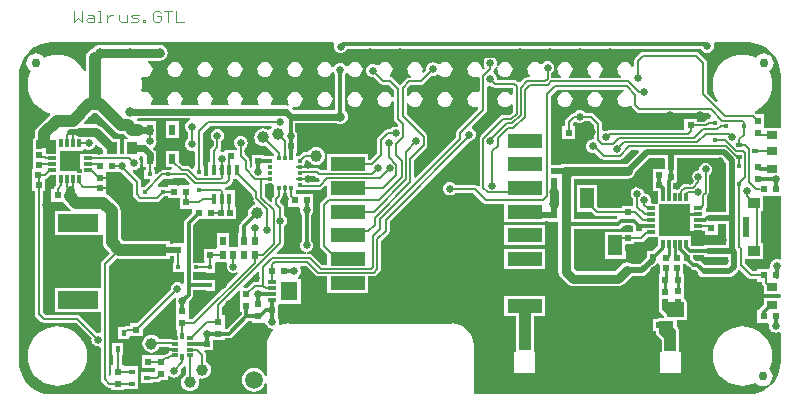
<source format=gtl>
G04 Layer_Physical_Order=1*
G04 Layer_Color=255*
%FSLAX43Y43*%
%MOMM*%
G71*
G01*
G75*
%ADD10R,0.300X0.800*%
%ADD11R,0.800X0.300*%
%ADD12R,2.400X2.400*%
%ADD13R,1.800X1.800*%
%ADD14R,3.400X1.500*%
%ADD15R,3.500X1.000*%
%ADD16R,0.550X1.700*%
%ADD17R,1.000X0.900*%
%ADD18R,0.600X0.500*%
%ADD19R,0.600X0.600*%
%ADD20R,0.525X0.510*%
%ADD21R,0.900X1.000*%
%ADD22R,0.500X0.600*%
%ADD23R,0.600X0.900*%
%ADD24R,0.450X0.320*%
%ADD25R,0.320X0.450*%
%ADD26R,0.510X0.525*%
%ADD27R,0.500X0.800*%
%ADD28R,0.600X0.600*%
%ADD29R,0.580X0.300*%
%ADD30R,0.350X0.630*%
%ADD31R,0.400X0.500*%
%ADD32R,0.500X0.400*%
%ADD33R,1.400X1.600*%
%ADD34R,0.650X0.300*%
%ADD35R,0.322X0.450*%
%ADD36R,0.450X0.322*%
%ADD37R,0.450X0.900*%
%ADD38R,3.000X1.200*%
%ADD39R,0.540X0.500*%
%ADD40R,0.900X0.800*%
%ADD41R,0.500X0.540*%
%ADD42R,1.000X1.050*%
%ADD43R,1.050X2.200*%
%ADD44C,0.750*%
%ADD45R,1.200X1.800*%
%ADD46R,0.900X0.700*%
%ADD47C,0.800*%
%ADD48C,0.152*%
%ADD49C,0.300*%
%ADD50C,0.200*%
%ADD51C,0.250*%
%ADD52C,0.255*%
%ADD53C,1.000*%
%ADD54C,0.600*%
%ADD55C,0.500*%
%ADD56C,0.750*%
%ADD57C,0.400*%
%ADD58C,0.125*%
%ADD59C,1.000*%
%ADD60C,1.500*%
%ADD61R,1.500X1.500*%
%ADD62C,0.800*%
%ADD63C,0.635*%
G36*
X52213Y14486D02*
Y14012D01*
X51600D01*
Y14025D01*
X49900D01*
Y11725D01*
X51600D01*
Y12988D01*
X52355D01*
Y13167D01*
X52925D01*
X53052Y13193D01*
X53160Y13265D01*
X53495Y13600D01*
X54350D01*
Y12916D01*
X53864Y12430D01*
X53388D01*
Y11880D01*
X52793Y11285D01*
X52128D01*
X52053Y11343D01*
X51895Y11408D01*
X51725Y11431D01*
X51555Y11408D01*
X51397Y11343D01*
X51261Y11239D01*
X50728Y10706D01*
X47447D01*
X47231Y10922D01*
Y14248D01*
X50949D01*
X50949Y14248D01*
X51079Y14274D01*
X51105Y14279D01*
X51238Y14368D01*
X51412Y14542D01*
X52156D01*
X52213Y14486D01*
D02*
G37*
G36*
X60090Y19874D02*
Y15660D01*
X59355D01*
Y15663D01*
X58400D01*
Y15980D01*
X58435Y16015D01*
X58435Y16015D01*
X58507Y16123D01*
X58533Y16250D01*
X58533Y16250D01*
Y16987D01*
X58610Y17065D01*
X58682Y17173D01*
X58708Y17300D01*
Y18840D01*
X58780Y18895D01*
X58871Y19014D01*
X58928Y19152D01*
X58947Y19300D01*
X58928Y19448D01*
X58871Y19586D01*
X58780Y19705D01*
X58661Y19796D01*
X58523Y19853D01*
X58375Y19872D01*
X58227Y19853D01*
X58089Y19796D01*
X57970Y19705D01*
X57879Y19586D01*
X57822Y19448D01*
X57812Y19371D01*
X57775Y19222D01*
X57627Y19203D01*
X57489Y19146D01*
X57370Y19055D01*
X57279Y18936D01*
X57222Y18798D01*
X57203Y18650D01*
X57222Y18502D01*
X57279Y18364D01*
X57351Y18271D01*
X57162Y18083D01*
X56625D01*
X56498Y18057D01*
X56390Y17985D01*
X56090Y17685D01*
X56066Y17650D01*
X55658D01*
Y18145D01*
X55932D01*
Y18995D01*
Y20005D01*
X55932D01*
X55931Y20006D01*
X55932Y20265D01*
X59699D01*
X60090Y19874D01*
D02*
G37*
G36*
X20017Y17212D02*
Y16849D01*
X20043Y16722D01*
X20115Y16614D01*
X20254Y16475D01*
X20239Y16433D01*
X20189Y16324D01*
X20022Y16255D01*
X19865Y16135D01*
X19745Y15978D01*
X19669Y15796D01*
X19644Y15600D01*
X19664Y15441D01*
X19012Y14788D01*
X18923Y14656D01*
X18892Y14500D01*
X18892Y14500D01*
Y13925D01*
X18800D01*
Y12725D01*
X18000D01*
Y13925D01*
X17000D01*
Y12721D01*
X16964Y12615D01*
X16863Y12587D01*
X15945D01*
Y11562D01*
X15945D01*
X16003Y11509D01*
X15953Y11357D01*
X15725D01*
Y11410D01*
X15008D01*
Y14581D01*
X15502Y15075D01*
X17025D01*
Y15113D01*
X17830D01*
Y15120D01*
X18638D01*
Y16130D01*
X18525D01*
Y17520D01*
X17875D01*
Y17520D01*
X17758D01*
X17693Y17660D01*
X17763Y17792D01*
X17890Y17818D01*
X17998Y17890D01*
X18285Y18177D01*
X18357Y18285D01*
X18383Y18412D01*
Y18520D01*
X18710D01*
X20017Y17212D01*
D02*
G37*
G36*
X57100Y15600D02*
X57994D01*
X58069Y15448D01*
X58038Y15408D01*
X57750D01*
X57711Y15400D01*
X57100D01*
Y14100D01*
X58300D01*
Y13775D01*
X59400D01*
Y14640D01*
X60090D01*
Y12935D01*
X59255D01*
Y12938D01*
X58245D01*
Y12833D01*
X57269D01*
X57158Y12944D01*
Y13000D01*
X57150Y13039D01*
Y13650D01*
X54400D01*
Y14100D01*
Y15100D01*
Y16350D01*
X57100D01*
Y15600D01*
D02*
G37*
G36*
X54912Y20157D02*
X54911Y20005D01*
X54908D01*
Y19330D01*
X53963D01*
Y18320D01*
Y17495D01*
X54342D01*
Y17000D01*
X54350Y16961D01*
Y16400D01*
X53855D01*
X53753Y16552D01*
X53772Y16700D01*
X53753Y16848D01*
X53696Y16986D01*
X53605Y17105D01*
X53486Y17196D01*
X53348Y17253D01*
X53200Y17272D01*
X53170Y17268D01*
X53153Y17398D01*
X53096Y17536D01*
X53005Y17655D01*
X52886Y17746D01*
X52748Y17803D01*
X52600Y17822D01*
X52452Y17803D01*
X52314Y17746D01*
X52195Y17655D01*
X52104Y17536D01*
X52047Y17398D01*
X52028Y17250D01*
X52047Y17102D01*
X52104Y16964D01*
X52195Y16845D01*
X52267Y16790D01*
Y16188D01*
X51345D01*
Y16008D01*
X49355D01*
X49200Y16163D01*
Y18025D01*
X47500D01*
Y15725D01*
X48697D01*
X48982Y15440D01*
X49090Y15368D01*
X49218Y15342D01*
X49218Y15342D01*
X50843D01*
X50906Y15190D01*
X50780Y15064D01*
X47231D01*
Y18500D01*
X47500D01*
Y18520D01*
X51800D01*
X51963Y18541D01*
X52115Y18604D01*
X52246Y18704D01*
X52346Y18835D01*
X52409Y18987D01*
X52417Y19046D01*
X53636Y20265D01*
X54805D01*
X54912Y20157D01*
D02*
G37*
G36*
X25410Y18645D02*
X25410Y18645D01*
X25518Y18573D01*
X25638Y18549D01*
X25676Y18492D01*
X25711Y18406D01*
X25562Y18258D01*
X24475D01*
Y18411D01*
X23726D01*
Y18589D01*
X24475D01*
Y18742D01*
X25312D01*
X25410Y18645D01*
D02*
G37*
G36*
X8827Y19047D02*
X8938Y19032D01*
X9863Y18107D01*
Y17185D01*
X9890Y17048D01*
X9968Y16933D01*
X10278Y16623D01*
X10393Y16545D01*
X10530Y16518D01*
X11895D01*
X12032Y16545D01*
X12147Y16623D01*
X12545Y17020D01*
X12850D01*
Y16875D01*
X13850D01*
Y15975D01*
X14925D01*
Y15652D01*
X14312Y15038D01*
X14223Y14906D01*
X14192Y14750D01*
X14192Y14750D01*
Y13050D01*
X13250D01*
Y13010D01*
X13000D01*
Y13250D01*
X11049D01*
X11000Y13256D01*
X9063D01*
X8856Y13463D01*
Y15800D01*
X8856Y15800D01*
X8831Y15996D01*
X8755Y16178D01*
X8635Y16335D01*
X8635Y16335D01*
X7935Y17035D01*
X7778Y17155D01*
X7600Y17229D01*
Y19050D01*
X8650D01*
X8650Y19050D01*
Y19050D01*
X8802Y19057D01*
X8827Y19047D01*
D02*
G37*
G36*
X21774Y18025D02*
X21774Y18024D01*
X21775Y18024D01*
X21839D01*
Y17275D01*
X21839D01*
X21849Y17122D01*
X21802Y17076D01*
X21730Y16968D01*
X21705Y16840D01*
Y16615D01*
X21564Y16556D01*
X21058Y17063D01*
Y18089D01*
X21774D01*
Y18025D01*
D02*
G37*
G36*
X14714Y18116D02*
X14655Y17975D01*
X12850D01*
Y17840D01*
X12046D01*
X11983Y17992D01*
X12455Y18465D01*
X13300D01*
Y18542D01*
X14287D01*
X14714Y18116D01*
D02*
G37*
G36*
X22839Y17275D02*
X22917D01*
Y17050D01*
X22943Y16923D01*
X23015Y16815D01*
X23050Y16780D01*
Y16150D01*
X23955D01*
X24057Y15997D01*
X24047Y15973D01*
X24028Y15825D01*
X24047Y15677D01*
X24104Y15539D01*
X24192Y15424D01*
Y13276D01*
X24104Y13161D01*
X24047Y13023D01*
X24028Y12875D01*
X24047Y12727D01*
X24104Y12589D01*
X24195Y12470D01*
X24314Y12379D01*
X24452Y12322D01*
X24543Y12310D01*
X24533Y12158D01*
X22127D01*
X22069Y12299D01*
X22610Y12840D01*
X22682Y12948D01*
X22708Y13075D01*
Y14490D01*
X22780Y14545D01*
X22871Y14664D01*
X22928Y14802D01*
X22947Y14950D01*
X22928Y15098D01*
X22871Y15236D01*
X22780Y15355D01*
X22708Y15410D01*
Y16025D01*
X22682Y16152D01*
X22610Y16260D01*
X22610Y16260D01*
X22370Y16500D01*
Y16703D01*
X22485Y16818D01*
X22557Y16926D01*
X22583Y17053D01*
Y17275D01*
X22661D01*
Y18024D01*
X22839D01*
Y17275D01*
D02*
G37*
G36*
X18950Y8980D02*
Y8200D01*
Y7200D01*
X19092D01*
Y7044D01*
X17856Y5808D01*
X17650D01*
Y6950D01*
X17433D01*
Y7662D01*
X18809Y9039D01*
X18950Y8980D01*
D02*
G37*
G36*
X56525Y6800D02*
X55350D01*
X54650Y7500D01*
Y8095D01*
X56525D01*
Y6800D01*
D02*
G37*
G36*
X55650Y5975D02*
X55900Y5725D01*
Y4950D01*
X54925D01*
X54450Y5425D01*
Y6450D01*
X55650D01*
Y5975D01*
D02*
G37*
G36*
X3400Y18020D02*
X3290Y17910D01*
X3218Y17802D01*
X3192Y17675D01*
Y17650D01*
X2975D01*
Y16550D01*
X3988D01*
X4015Y16515D01*
X4565Y15965D01*
X4565Y15965D01*
X4647Y15903D01*
X4595Y15750D01*
X3300D01*
Y13750D01*
X7200D01*
Y13750D01*
X7344Y13728D01*
Y13150D01*
X7369Y12954D01*
X7445Y12772D01*
X7565Y12615D01*
X7963Y12217D01*
X7273Y11527D01*
X7195Y11412D01*
X7168Y11275D01*
Y9250D01*
X3300D01*
Y7250D01*
X7168D01*
Y5575D01*
X7016Y5464D01*
X6950Y5472D01*
X6860Y5461D01*
X5435Y6885D01*
X5327Y6957D01*
X5200Y6983D01*
X2473D01*
X2258Y7198D01*
Y17450D01*
X2475D01*
Y18502D01*
X2552Y18518D01*
X2660Y18590D01*
X2920Y18850D01*
X3400D01*
Y18020D01*
D02*
G37*
G36*
X20592Y10623D02*
Y9783D01*
X20200D01*
X20073Y9757D01*
X19965Y9685D01*
X19580Y9300D01*
X19270D01*
X19211Y9441D01*
X20451Y10681D01*
X20592Y10623D01*
D02*
G37*
G36*
X26325Y17880D02*
Y17025D01*
X26265Y16985D01*
X26265Y16985D01*
X25815Y16535D01*
X25743Y16427D01*
X25717Y16300D01*
Y12850D01*
X25743Y12723D01*
X25815Y12615D01*
X26325Y12105D01*
Y11208D01*
X25938D01*
X25085Y12060D01*
X24977Y12132D01*
X24850Y12158D01*
X24667D01*
X24657Y12310D01*
X24748Y12322D01*
X24886Y12379D01*
X25005Y12470D01*
X25096Y12589D01*
X25153Y12727D01*
X25172Y12875D01*
X25153Y13023D01*
X25096Y13161D01*
X25008Y13276D01*
Y15424D01*
X25096Y15539D01*
X25153Y15677D01*
X25172Y15825D01*
X25153Y15973D01*
X25143Y15998D01*
X25150Y16150D01*
X25150Y16150D01*
X25150Y16150D01*
Y17250D01*
X23803D01*
X23661Y17275D01*
Y17589D01*
X24475D01*
Y17592D01*
X25700D01*
X25827Y17618D01*
X25935Y17690D01*
X26184Y17939D01*
X26325Y17880D01*
D02*
G37*
G36*
X64744Y11772D02*
X64592Y11670D01*
X64573Y11678D01*
X64425Y11697D01*
X64277Y11678D01*
X64139Y11621D01*
X64020Y11530D01*
X63929Y11411D01*
X63872Y11273D01*
X63853Y11125D01*
X63862Y11052D01*
X63754Y10900D01*
X62750D01*
Y10683D01*
X62363D01*
X61733Y11313D01*
Y11700D01*
X63200D01*
Y13100D01*
X63108D01*
Y15800D01*
X63200D01*
Y17075D01*
X64744D01*
Y11772D01*
D02*
G37*
G36*
X17868Y11273D02*
X17847Y11223D01*
X17828Y11075D01*
X17847Y10927D01*
X17904Y10789D01*
X17995Y10670D01*
X18114Y10579D01*
X18252Y10522D01*
X18400Y10503D01*
X18548Y10522D01*
X18686Y10579D01*
X18716Y10602D01*
X18817Y10487D01*
X14937Y6608D01*
X14625D01*
Y7825D01*
X14625Y7825D01*
X14625D01*
X14607Y7977D01*
X14628Y8027D01*
X14647Y8170D01*
X14888Y8412D01*
X14977Y8544D01*
X15008Y8700D01*
X15008Y8700D01*
Y9092D01*
X16040D01*
Y9025D01*
X16860D01*
Y9975D01*
X16040D01*
Y9908D01*
X15008D01*
Y10590D01*
X15725D01*
Y10643D01*
X16040D01*
Y10525D01*
X16860D01*
Y11395D01*
X17000Y11425D01*
Y11425D01*
X17769D01*
X17868Y11273D01*
D02*
G37*
G36*
X58245Y11913D02*
X59255D01*
Y11915D01*
X60240D01*
Y11286D01*
X60139Y11185D01*
X58292D01*
X57963Y11513D01*
X57831Y11602D01*
X57805Y11607D01*
X57675Y11633D01*
X57675Y11633D01*
X57494D01*
X57338Y11789D01*
Y12017D01*
X58245D01*
Y11913D01*
D02*
G37*
G36*
X10770Y20345D02*
Y20175D01*
X10775Y20139D01*
Y19475D01*
X10968D01*
Y19285D01*
X10850D01*
Y18465D01*
X11315D01*
X11374Y18324D01*
X10890Y17840D01*
X10577D01*
Y18255D01*
X10550Y18392D01*
X10472Y18507D01*
X9867Y19113D01*
X9938Y19257D01*
X9975Y19253D01*
X10123Y19272D01*
X10261Y19329D01*
X10380Y19420D01*
X10471Y19539D01*
X10528Y19677D01*
X10547Y19825D01*
X10528Y19973D01*
X10471Y20111D01*
X10404Y20198D01*
X10439Y20307D01*
X10473Y20350D01*
X10500D01*
Y20400D01*
X10653Y20463D01*
X10770Y20345D01*
D02*
G37*
G36*
X3000Y30069D02*
X3000Y30069D01*
X26863D01*
X26950Y29917D01*
X26922Y29848D01*
X26903Y29700D01*
X26922Y29552D01*
X26979Y29414D01*
X27070Y29295D01*
X27189Y29204D01*
X27327Y29147D01*
X27475Y29128D01*
X27623Y29147D01*
X27761Y29204D01*
X27880Y29295D01*
X27971Y29414D01*
X28003Y29492D01*
X57993D01*
X58004Y29464D01*
X58095Y29345D01*
X58214Y29254D01*
X58352Y29197D01*
X58500Y29178D01*
X58648Y29197D01*
X58786Y29254D01*
X58905Y29345D01*
X58996Y29464D01*
X59053Y29602D01*
X59072Y29750D01*
X59053Y29898D01*
X59045Y29917D01*
X59147Y30069D01*
X62000D01*
X62000Y30069D01*
X62000Y30069D01*
X62149Y30061D01*
X62430Y30039D01*
X62849Y29938D01*
X63247Y29773D01*
X63615Y29548D01*
X63943Y29268D01*
X64223Y28940D01*
X64448Y28572D01*
X64613Y28174D01*
X64714Y27755D01*
X64746Y27337D01*
X64744Y27325D01*
X64744Y27325D01*
Y22909D01*
X64700Y22775D01*
X63350D01*
Y23975D01*
X62720D01*
X62670Y24025D01*
X62599Y24072D01*
X62594Y24207D01*
X62604Y24239D01*
X62643Y24256D01*
X62980Y24462D01*
X63281Y24719D01*
X63538Y25020D01*
X63744Y25357D01*
X63895Y25722D01*
X63988Y26106D01*
X64019Y26500D01*
X63988Y26894D01*
X63895Y27278D01*
X63758Y27610D01*
X63889Y27711D01*
X64022Y27883D01*
X64105Y28084D01*
X64133Y28300D01*
X64105Y28516D01*
X64022Y28717D01*
X63889Y28889D01*
X63717Y29022D01*
X63516Y29105D01*
X63300Y29133D01*
X63084Y29105D01*
X62883Y29022D01*
X62711Y28889D01*
X62610Y28758D01*
X62278Y28895D01*
X61894Y28988D01*
X61500Y29019D01*
X61106Y28988D01*
X60722Y28895D01*
X60356Y28744D01*
X60020Y28538D01*
X59719Y28281D01*
X59462Y27980D01*
X59256Y27643D01*
X59105Y27278D01*
X59012Y26894D01*
X58981Y26500D01*
X59012Y26106D01*
X59105Y25722D01*
X59256Y25357D01*
X59416Y25095D01*
X59295Y25000D01*
X58508Y25788D01*
Y28300D01*
X58508Y28300D01*
X58482Y28427D01*
X58410Y28535D01*
X58410Y28535D01*
X57810Y29135D01*
X57702Y29207D01*
X57575Y29233D01*
X53075D01*
X52948Y29207D01*
X52840Y29135D01*
X52390Y28685D01*
X52318Y28577D01*
X52292Y28450D01*
Y28042D01*
X52140Y28012D01*
X52107Y28091D01*
X52005Y28225D01*
X51871Y28327D01*
X51716Y28391D01*
X51550Y28413D01*
X51384Y28391D01*
X51229Y28327D01*
X51095Y28225D01*
X50993Y28091D01*
X50929Y27936D01*
X50907Y27770D01*
X50929Y27604D01*
X50993Y27448D01*
X51095Y27315D01*
X51200Y27235D01*
X51178Y27116D01*
X51160Y27083D01*
X49400D01*
X49382Y27116D01*
X49360Y27235D01*
X49465Y27315D01*
X49567Y27448D01*
X49631Y27604D01*
X49653Y27770D01*
X49631Y27936D01*
X49567Y28091D01*
X49465Y28225D01*
X49332Y28327D01*
X49176Y28391D01*
X49010Y28413D01*
X48844Y28391D01*
X48688Y28327D01*
X48555Y28225D01*
X48453Y28091D01*
X48389Y27936D01*
X48367Y27770D01*
X48389Y27604D01*
X48453Y27448D01*
X48555Y27315D01*
X48660Y27235D01*
X48638Y27116D01*
X48620Y27083D01*
X46860D01*
X46842Y27116D01*
X46820Y27235D01*
X46925Y27315D01*
X47027Y27448D01*
X47091Y27604D01*
X47113Y27770D01*
X47091Y27936D01*
X47027Y28091D01*
X46925Y28225D01*
X46792Y28327D01*
X46636Y28391D01*
X46470Y28413D01*
X46304Y28391D01*
X46148Y28327D01*
X46015Y28225D01*
X45913Y28091D01*
X45849Y27936D01*
X45827Y27770D01*
X45849Y27604D01*
X45913Y27448D01*
X46015Y27315D01*
X46120Y27235D01*
X46098Y27116D01*
X46080Y27083D01*
X45333D01*
Y27440D01*
X45405Y27495D01*
X45496Y27614D01*
X45553Y27752D01*
X45572Y27900D01*
X45553Y28048D01*
X45496Y28186D01*
X45405Y28305D01*
X45286Y28396D01*
X45148Y28453D01*
X45000Y28472D01*
X44852Y28453D01*
X44714Y28396D01*
X44595Y28305D01*
X44555Y28253D01*
X44417Y28230D01*
X44384Y28234D01*
X44362Y28242D01*
X44251Y28327D01*
X44096Y28391D01*
X43930Y28413D01*
X43764Y28391D01*
X43609Y28327D01*
X43475Y28225D01*
X43373Y28091D01*
X43309Y27936D01*
X43287Y27770D01*
X43309Y27604D01*
X43373Y27448D01*
X43475Y27315D01*
X43547Y27260D01*
X43495Y27108D01*
X43275D01*
X43275Y27108D01*
X43148Y27082D01*
X43040Y27010D01*
X42719Y26690D01*
X42505Y26691D01*
X42410Y26785D01*
X42302Y26857D01*
X42175Y26883D01*
X40781D01*
X40722Y26950D01*
X40703Y27098D01*
X40646Y27236D01*
X40555Y27355D01*
X40448Y27437D01*
X40426Y27469D01*
X40407Y27623D01*
X40457Y27698D01*
X40483Y27825D01*
X40483Y27825D01*
Y27840D01*
X40555Y27895D01*
X40628Y27991D01*
X40769Y27936D01*
X40747Y27770D01*
X40769Y27604D01*
X40833Y27448D01*
X40935Y27315D01*
X41069Y27213D01*
X41224Y27149D01*
X41390Y27127D01*
X41556Y27149D01*
X41711Y27213D01*
X41845Y27315D01*
X41947Y27448D01*
X42011Y27604D01*
X42033Y27770D01*
X42011Y27936D01*
X41947Y28091D01*
X41845Y28225D01*
X41711Y28327D01*
X41556Y28391D01*
X41390Y28413D01*
X41224Y28391D01*
X41069Y28327D01*
X40935Y28225D01*
X40833Y28091D01*
X40703Y28152D01*
X40722Y28300D01*
X40703Y28448D01*
X40646Y28586D01*
X40555Y28705D01*
X40436Y28796D01*
X40298Y28853D01*
X40150Y28872D01*
X40002Y28853D01*
X39864Y28796D01*
X39745Y28705D01*
X39654Y28586D01*
X39597Y28448D01*
X39578Y28300D01*
X39597Y28152D01*
X39654Y28014D01*
X39745Y27895D01*
X39746Y27891D01*
X39644Y27790D01*
X39483Y27844D01*
X39471Y27936D01*
X39407Y28091D01*
X39305Y28225D01*
X39172Y28327D01*
X39016Y28391D01*
X38850Y28413D01*
X38684Y28391D01*
X38528Y28327D01*
X38395Y28225D01*
X38293Y28091D01*
X38229Y27936D01*
X38207Y27770D01*
X38229Y27604D01*
X38293Y27448D01*
X38395Y27315D01*
X38528Y27213D01*
X38684Y27149D01*
X38850Y27127D01*
X39016Y27149D01*
X39090Y27179D01*
X39242Y27085D01*
Y25915D01*
X39090Y25821D01*
X39016Y25851D01*
X38850Y25873D01*
X38684Y25851D01*
X38528Y25787D01*
X38395Y25685D01*
X38293Y25552D01*
X38229Y25396D01*
X38207Y25230D01*
X38229Y25064D01*
X38293Y24909D01*
X38395Y24775D01*
X38528Y24673D01*
X38684Y24609D01*
X38850Y24587D01*
X38979Y24604D01*
X39076Y24556D01*
X39143Y24496D01*
X39151Y24422D01*
X37365Y22635D01*
X37293Y22527D01*
X37267Y22400D01*
Y22013D01*
X33849Y18594D01*
X33708Y18652D01*
Y20087D01*
X34735Y21115D01*
X34807Y21223D01*
X34833Y21350D01*
Y22070D01*
X34807Y22197D01*
X34735Y22305D01*
X34735Y22305D01*
X33058Y23983D01*
Y24885D01*
X33210Y24916D01*
X33213Y24909D01*
X33315Y24775D01*
X33449Y24673D01*
X33604Y24609D01*
X33770Y24587D01*
X33936Y24609D01*
X34091Y24673D01*
X34225Y24775D01*
X34327Y24909D01*
X34391Y25064D01*
X34413Y25230D01*
X34391Y25396D01*
X34327Y25552D01*
X34225Y25685D01*
X34091Y25787D01*
X33936Y25851D01*
X33770Y25873D01*
X33604Y25851D01*
X33449Y25787D01*
X33315Y25685D01*
X33213Y25552D01*
X33210Y25544D01*
X33058Y25575D01*
Y26087D01*
X33388Y26417D01*
X34250D01*
X34377Y26443D01*
X34485Y26515D01*
X35210Y27239D01*
X35300Y27228D01*
X35448Y27247D01*
X35586Y27304D01*
X35705Y27395D01*
X35845Y27328D01*
X35855Y27315D01*
X35988Y27213D01*
X36144Y27149D01*
X36310Y27127D01*
X36476Y27149D01*
X36632Y27213D01*
X36765Y27315D01*
X36867Y27448D01*
X36931Y27604D01*
X36953Y27770D01*
X36931Y27936D01*
X36867Y28091D01*
X36765Y28225D01*
X36632Y28327D01*
X36476Y28391D01*
X36310Y28413D01*
X36144Y28391D01*
X35988Y28327D01*
X35872Y28237D01*
X35778Y28205D01*
X35705D01*
X35586Y28296D01*
X35448Y28353D01*
X35300Y28372D01*
X35152Y28353D01*
X35014Y28296D01*
X34895Y28205D01*
X34804Y28086D01*
X34747Y27948D01*
X34728Y27800D01*
X34739Y27710D01*
X34502Y27472D01*
X34372Y27559D01*
X34391Y27604D01*
X34413Y27770D01*
X34391Y27936D01*
X34327Y28091D01*
X34225Y28225D01*
X34091Y28327D01*
X33936Y28391D01*
X33770Y28413D01*
X33604Y28391D01*
X33449Y28327D01*
X33315Y28225D01*
X33213Y28091D01*
X33149Y27936D01*
X33127Y27770D01*
X33149Y27604D01*
X33213Y27448D01*
X33315Y27315D01*
X33420Y27235D01*
X33398Y27116D01*
X33380Y27083D01*
X33250D01*
X33123Y27057D01*
X33015Y26985D01*
X32490Y26460D01*
X32486Y26460D01*
X31910Y27035D01*
X31802Y27107D01*
X31693Y27129D01*
X31666Y27178D01*
X31645Y27285D01*
X31685Y27315D01*
X31787Y27448D01*
X31851Y27604D01*
X31873Y27770D01*
X31851Y27936D01*
X31787Y28091D01*
X31685Y28225D01*
X31552Y28327D01*
X31396Y28391D01*
X31230Y28413D01*
X31064Y28391D01*
X30909Y28327D01*
X30775Y28225D01*
X30731Y28166D01*
X30638Y28103D01*
X30528Y28139D01*
X30486Y28171D01*
X30348Y28228D01*
X30200Y28247D01*
X30052Y28228D01*
X29914Y28171D01*
X29795Y28080D01*
X29704Y27961D01*
X29647Y27823D01*
X29628Y27675D01*
X29647Y27527D01*
X29704Y27389D01*
X29795Y27270D01*
X29914Y27179D01*
X30052Y27122D01*
X30200Y27103D01*
X30290Y27114D01*
X30840Y26565D01*
X30840Y26565D01*
X30948Y26493D01*
X31075Y26467D01*
X31075Y26467D01*
X31537D01*
X31992Y26012D01*
Y25434D01*
X31851Y25396D01*
X31787Y25552D01*
X31685Y25685D01*
X31552Y25787D01*
X31396Y25851D01*
X31230Y25873D01*
X31064Y25851D01*
X30909Y25787D01*
X30775Y25685D01*
X30673Y25552D01*
X30609Y25396D01*
X30587Y25230D01*
X30609Y25064D01*
X30673Y24909D01*
X30775Y24775D01*
X30909Y24673D01*
X31064Y24609D01*
X31230Y24587D01*
X31396Y24609D01*
X31552Y24673D01*
X31685Y24775D01*
X31787Y24909D01*
X31851Y25064D01*
X31992Y25026D01*
Y23600D01*
X32018Y23473D01*
X32090Y23365D01*
X32355Y23100D01*
X32313Y22945D01*
X32290Y22932D01*
X32175Y22947D01*
X32027Y22928D01*
X31889Y22871D01*
X31770Y22780D01*
X31715Y22708D01*
X31475D01*
X31348Y22682D01*
X31240Y22610D01*
X30640Y22010D01*
X30568Y21902D01*
X30542Y21775D01*
Y20638D01*
X29978Y20073D01*
X29825Y20095D01*
Y20575D01*
X26325D01*
Y19213D01*
X25783D01*
X25685Y19310D01*
X25577Y19382D01*
X25450Y19408D01*
X24475D01*
Y19411D01*
X23726D01*
Y19589D01*
X24475D01*
Y20005D01*
X24585Y20115D01*
X24733Y20100D01*
X24745Y20072D01*
X24865Y19915D01*
X25022Y19795D01*
X25204Y19719D01*
X25400Y19694D01*
X25596Y19719D01*
X25778Y19795D01*
X25935Y19915D01*
X26055Y20072D01*
X26131Y20254D01*
X26156Y20450D01*
X26131Y20646D01*
X26055Y20828D01*
X25935Y20985D01*
X25778Y21105D01*
X25596Y21181D01*
X25400Y21206D01*
X25204Y21181D01*
X25022Y21105D01*
X24865Y20985D01*
X24745Y20828D01*
X24726Y20783D01*
X24450D01*
X24450Y20783D01*
X24323Y20757D01*
X24215Y20685D01*
X24215Y20685D01*
X23941Y20411D01*
X23661D01*
Y20725D01*
X23763Y20770D01*
Y21780D01*
X23763Y21780D01*
X23781Y21925D01*
X23803Y21977D01*
X23822Y22125D01*
X23803Y22273D01*
X23746Y22411D01*
X23658Y22526D01*
Y23220D01*
X27105D01*
X27122Y23207D01*
X27280Y23142D01*
X27450Y23119D01*
X27620Y23142D01*
X27778Y23207D01*
X27914Y23311D01*
X28018Y23447D01*
X28083Y23605D01*
X28106Y23775D01*
X28083Y23945D01*
X28018Y24103D01*
X27914Y24239D01*
X27858Y24281D01*
Y27339D01*
X27946Y27454D01*
X27956Y27478D01*
X28121D01*
X28133Y27448D01*
X28235Y27315D01*
X28368Y27213D01*
X28524Y27149D01*
X28690Y27127D01*
X28856Y27149D01*
X29011Y27213D01*
X29145Y27315D01*
X29247Y27448D01*
X29311Y27604D01*
X29333Y27770D01*
X29311Y27936D01*
X29247Y28091D01*
X29145Y28225D01*
X29011Y28327D01*
X28856Y28391D01*
X28690Y28413D01*
X28524Y28391D01*
X28368Y28327D01*
X28235Y28225D01*
X28133Y28091D01*
X28108Y28032D01*
X27946Y28026D01*
X27855Y28145D01*
X27736Y28236D01*
X27598Y28293D01*
X27450Y28312D01*
X27302Y28293D01*
X27164Y28236D01*
X27045Y28145D01*
X26954Y28026D01*
X26923Y27951D01*
X26834Y27942D01*
X26762Y27959D01*
X26707Y28091D01*
X26605Y28225D01*
X26472Y28327D01*
X26316Y28391D01*
X26150Y28413D01*
X25984Y28391D01*
X25829Y28327D01*
X25695Y28225D01*
X25593Y28091D01*
X25529Y27936D01*
X25507Y27770D01*
X25529Y27604D01*
X25593Y27448D01*
X25695Y27315D01*
X25829Y27213D01*
X25984Y27149D01*
X26150Y27127D01*
X26316Y27149D01*
X26472Y27213D01*
X26605Y27315D01*
X26707Y27448D01*
X26753Y27560D01*
X26780Y27566D01*
X26912Y27556D01*
X26954Y27454D01*
X27042Y27339D01*
Y24330D01*
X23490D01*
X23328Y24492D01*
X23414Y24621D01*
X23444Y24609D01*
X23610Y24587D01*
X23776Y24609D01*
X23931Y24673D01*
X24065Y24775D01*
X24167Y24909D01*
X24231Y25064D01*
X24253Y25230D01*
X24231Y25396D01*
X24167Y25552D01*
X24065Y25685D01*
X23931Y25787D01*
X23776Y25851D01*
X23610Y25873D01*
X23444Y25851D01*
X23288Y25787D01*
X23155Y25685D01*
X23053Y25552D01*
X22989Y25396D01*
X22967Y25230D01*
X22989Y25064D01*
X23053Y24909D01*
X23113Y24831D01*
X23017Y24705D01*
X23004Y24711D01*
X22860Y24730D01*
X21682D01*
X21607Y24882D01*
X21627Y24909D01*
X21691Y25064D01*
X21713Y25230D01*
X21691Y25396D01*
X21627Y25552D01*
X21525Y25685D01*
X21392Y25787D01*
X21236Y25851D01*
X21070Y25873D01*
X20904Y25851D01*
X20749Y25787D01*
X20615Y25685D01*
X20513Y25552D01*
X20449Y25396D01*
X20427Y25230D01*
X20449Y25064D01*
X20513Y24909D01*
X20533Y24882D01*
X20458Y24730D01*
X19142D01*
X19067Y24882D01*
X19087Y24909D01*
X19151Y25064D01*
X19173Y25230D01*
X19151Y25396D01*
X19087Y25552D01*
X18985Y25685D01*
X18851Y25787D01*
X18696Y25851D01*
X18530Y25873D01*
X18364Y25851D01*
X18208Y25787D01*
X18075Y25685D01*
X17973Y25552D01*
X17909Y25396D01*
X17887Y25230D01*
X17909Y25064D01*
X17973Y24909D01*
X17993Y24882D01*
X17918Y24730D01*
X16602D01*
X16527Y24882D01*
X16547Y24909D01*
X16611Y25064D01*
X16633Y25230D01*
X16611Y25396D01*
X16547Y25552D01*
X16445Y25685D01*
X16312Y25787D01*
X16156Y25851D01*
X15990Y25873D01*
X15824Y25851D01*
X15668Y25787D01*
X15535Y25685D01*
X15433Y25552D01*
X15369Y25396D01*
X15347Y25230D01*
X15369Y25064D01*
X15433Y24909D01*
X15453Y24882D01*
X15378Y24730D01*
X14062D01*
X13987Y24882D01*
X14007Y24909D01*
X14071Y25064D01*
X14093Y25230D01*
X14071Y25396D01*
X14007Y25552D01*
X13905Y25685D01*
X13771Y25787D01*
X13616Y25851D01*
X13450Y25873D01*
X13284Y25851D01*
X13128Y25787D01*
X12995Y25685D01*
X12893Y25552D01*
X12829Y25396D01*
X12807Y25230D01*
X12829Y25064D01*
X12893Y24909D01*
X12913Y24882D01*
X12838Y24730D01*
X11522D01*
X11447Y24882D01*
X11467Y24909D01*
X11531Y25064D01*
X11553Y25230D01*
X11531Y25396D01*
X11467Y25552D01*
X11365Y25685D01*
X11231Y25787D01*
X11076Y25851D01*
X10910Y25873D01*
X10744Y25851D01*
X10734Y25847D01*
X10542Y25931D01*
X10534Y25953D01*
X10551Y25974D01*
X10656Y26228D01*
X10691Y26500D01*
X10656Y26772D01*
X10551Y27026D01*
X10534Y27047D01*
X10542Y27069D01*
X10734Y27153D01*
X10744Y27149D01*
X10910Y27127D01*
X11076Y27149D01*
X11231Y27213D01*
X11365Y27315D01*
X11467Y27448D01*
X11531Y27604D01*
X11553Y27770D01*
X11531Y27936D01*
X11467Y28091D01*
X11365Y28225D01*
X11231Y28327D01*
X11147Y28362D01*
X11177Y28514D01*
X12185D01*
X12355Y28537D01*
X12513Y28602D01*
X12649Y28706D01*
X12753Y28842D01*
X12818Y29000D01*
X12841Y29170D01*
X12840Y29173D01*
X12841Y29175D01*
X12818Y29345D01*
X12753Y29503D01*
X12649Y29639D01*
X12513Y29743D01*
X12355Y29808D01*
X12185Y29831D01*
X12147Y29826D01*
X9673D01*
X9635Y29831D01*
X9597Y29826D01*
X7133D01*
X7095Y29831D01*
X6925Y29808D01*
X6767Y29743D01*
X6631Y29639D01*
X6629Y29636D01*
X6626Y29634D01*
X6470Y29477D01*
X6288Y29402D01*
X6132Y29281D01*
X6011Y29125D01*
X5936Y28942D01*
X5910Y28746D01*
Y27642D01*
X5758Y27611D01*
X5744Y27643D01*
X5538Y27980D01*
X5281Y28281D01*
X4980Y28538D01*
X4643Y28744D01*
X4278Y28895D01*
X3894Y28988D01*
X3500Y29019D01*
X3106Y28988D01*
X2722Y28895D01*
X2390Y28758D01*
X2289Y28889D01*
X2117Y29022D01*
X1916Y29105D01*
X1700Y29133D01*
X1484Y29105D01*
X1283Y29022D01*
X1111Y28889D01*
X978Y28717D01*
X895Y28516D01*
X867Y28300D01*
X895Y28084D01*
X978Y27883D01*
X1111Y27711D01*
X1242Y27610D01*
X1105Y27278D01*
X1012Y26894D01*
X981Y26500D01*
X1012Y26106D01*
X1105Y25722D01*
X1256Y25357D01*
X1462Y25020D01*
X1719Y24719D01*
X2020Y24462D01*
X2356Y24256D01*
X2722Y24105D01*
X2832Y24078D01*
X2868Y23913D01*
X1840Y22885D01*
X1720Y22728D01*
X1644Y22546D01*
X1619Y22350D01*
Y22014D01*
X1602Y22010D01*
X1520Y21955D01*
X1465Y21873D01*
X1455Y21825D01*
X1425D01*
Y20825D01*
Y19975D01*
Y19330D01*
X1342D01*
Y18320D01*
X1375D01*
Y17450D01*
X1592D01*
Y7060D01*
X1618Y6933D01*
X1690Y6825D01*
X2100Y6415D01*
X2100Y6415D01*
X2208Y6343D01*
X2335Y6317D01*
X2335Y6317D01*
X5062D01*
X6389Y4990D01*
X6378Y4900D01*
X6397Y4752D01*
X6454Y4614D01*
X6545Y4495D01*
X6664Y4404D01*
X6802Y4347D01*
X6950Y4328D01*
X7016Y4336D01*
X7168Y4225D01*
Y1525D01*
X7195Y1388D01*
X7273Y1273D01*
X7623Y923D01*
X7738Y845D01*
X7875Y818D01*
X8050D01*
Y625D01*
X9150D01*
Y719D01*
X9300Y725D01*
Y725D01*
X10300D01*
Y1625D01*
X10300D01*
Y1725D01*
X10300D01*
Y2625D01*
X9300D01*
Y2625D01*
X9150Y2631D01*
Y2725D01*
X8957D01*
Y3625D01*
X9050D01*
Y4625D01*
X8150D01*
Y3625D01*
X8243D01*
Y2725D01*
X8050D01*
Y1887D01*
X7898Y1805D01*
X7882Y1816D01*
Y11127D01*
X8533Y11778D01*
X8554Y11769D01*
X8750Y11744D01*
X11000D01*
X11049Y11750D01*
X13000D01*
Y11990D01*
X13250D01*
Y11950D01*
X13393D01*
Y11410D01*
X13275D01*
Y10590D01*
X14192D01*
Y9705D01*
X14138Y9667D01*
X14040Y9638D01*
X13949Y9708D01*
X13811Y9765D01*
X13663Y9785D01*
X13514Y9765D01*
X13376Y9708D01*
X13258Y9617D01*
X13167Y9499D01*
X13110Y9361D01*
X13090Y9212D01*
X13102Y9122D01*
X10255Y6275D01*
X9625D01*
Y6058D01*
X9400D01*
X9273Y6032D01*
X9165Y5960D01*
X9130Y5925D01*
X8650D01*
Y4925D01*
X9550D01*
Y5054D01*
X9625Y5175D01*
X10725D01*
Y5805D01*
X13437Y8517D01*
X13567Y8430D01*
X13522Y8323D01*
X13503Y8175D01*
X13522Y8027D01*
X13543Y7977D01*
X13525Y7825D01*
X13525D01*
X13525Y7825D01*
Y6725D01*
Y5725D01*
X13660Y5725D01*
Y4950D01*
X12910D01*
Y4908D01*
X12114D01*
X12105Y4928D01*
X11985Y5085D01*
X11828Y5205D01*
X11646Y5281D01*
X11450Y5306D01*
X11254Y5281D01*
X11072Y5205D01*
X10915Y5085D01*
X10795Y4928D01*
X10719Y4746D01*
X10694Y4550D01*
X10719Y4354D01*
X10795Y4172D01*
X10915Y4015D01*
X11072Y3895D01*
X11254Y3819D01*
X11450Y3794D01*
X11646Y3819D01*
X11828Y3895D01*
X11985Y4015D01*
X12105Y4172D01*
X12134Y4242D01*
X12910D01*
Y4150D01*
X13492D01*
X13566Y3997D01*
X13529Y3950D01*
X12910D01*
Y3799D01*
X12815Y3735D01*
X12712Y3633D01*
X12575D01*
X12575Y3633D01*
X12448Y3607D01*
X12362Y3550D01*
X11877D01*
X11725Y3550D01*
Y3550D01*
X11725D01*
Y3550D01*
X10625D01*
Y2450D01*
X11725D01*
X11725Y2297D01*
Y2191D01*
X11600Y2125D01*
X10600D01*
Y1225D01*
X11600D01*
Y1318D01*
X11950D01*
X12087Y1345D01*
X12202Y1423D01*
X12230Y1450D01*
X12825D01*
Y1787D01*
X12950Y1838D01*
X12977Y1842D01*
X13090Y1756D01*
X13228Y1698D01*
X13376Y1679D01*
X13524Y1698D01*
X13663Y1756D01*
X13781Y1847D01*
X13872Y1965D01*
X13929Y2103D01*
X13949Y2251D01*
X13937Y2341D01*
X14235Y2639D01*
X14387Y2576D01*
Y1947D01*
X14347Y1930D01*
X14190Y1810D01*
X14070Y1653D01*
X13994Y1471D01*
X13969Y1275D01*
X13994Y1079D01*
X14070Y897D01*
X14190Y740D01*
X14347Y620D01*
X14529Y544D01*
X14725Y519D01*
X14921Y544D01*
X15103Y620D01*
X15260Y740D01*
X15380Y897D01*
X15456Y1079D01*
X15481Y1275D01*
X15456Y1471D01*
X15444Y1500D01*
X15554Y1619D01*
X15750Y1594D01*
X15946Y1619D01*
X16128Y1695D01*
X16285Y1815D01*
X16405Y1972D01*
X16481Y2154D01*
X16506Y2350D01*
X16481Y2546D01*
X16405Y2728D01*
X16285Y2885D01*
X16128Y3005D01*
X16083Y3024D01*
Y3600D01*
X16057Y3727D01*
X15985Y3835D01*
X15916Y3904D01*
X15975Y4045D01*
X16688D01*
Y4850D01*
X17650D01*
Y4992D01*
X18025D01*
X18025Y4992D01*
X18181Y5023D01*
X18313Y5112D01*
X19669Y6467D01*
X19950D01*
Y6325D01*
X21002D01*
X21050Y6325D01*
X21160Y6222D01*
X21204Y6114D01*
X21295Y5995D01*
X21414Y5904D01*
X21552Y5847D01*
X21681Y5830D01*
X21701Y5807D01*
X21714Y5786D01*
X21750Y5680D01*
X21551Y5439D01*
X21381Y5119D01*
X21276Y4773D01*
X21240Y4412D01*
X21244D01*
Y1846D01*
X21092Y1816D01*
X21014Y2004D01*
X20853Y2213D01*
X20644Y2373D01*
X20401Y2474D01*
X20140Y2509D01*
X19879Y2474D01*
X19636Y2373D01*
X19427Y2213D01*
X19267Y2004D01*
X19166Y1761D01*
X19131Y1500D01*
X19166Y1239D01*
X19267Y996D01*
X19427Y787D01*
X19636Y627D01*
X19879Y526D01*
X20140Y491D01*
X20401Y526D01*
X20644Y627D01*
X20853Y787D01*
X21014Y996D01*
X21092Y1184D01*
X21244Y1154D01*
Y256D01*
X3152D01*
X3150Y256D01*
X3000Y256D01*
X2851Y264D01*
X2570Y286D01*
X2151Y387D01*
X1753Y552D01*
X1385Y777D01*
X1057Y1057D01*
X777Y1385D01*
X552Y1753D01*
X387Y2151D01*
X286Y2570D01*
X253Y2988D01*
X256Y3000D01*
X256Y3000D01*
Y27325D01*
X256Y27325D01*
X253Y27337D01*
X286Y27755D01*
X387Y28174D01*
X552Y28572D01*
X777Y28940D01*
X1057Y29268D01*
X1385Y29548D01*
X1753Y29773D01*
X2151Y29938D01*
X2570Y30039D01*
X2988Y30072D01*
X3000Y30069D01*
D02*
G37*
G36*
X21647Y22865D02*
X21640Y22860D01*
X21521Y22705D01*
X21520Y22703D01*
X21335Y22656D01*
X21303Y22680D01*
X21121Y22756D01*
X20925Y22781D01*
X20729Y22756D01*
X20547Y22680D01*
X20390Y22560D01*
X20270Y22403D01*
X20194Y22221D01*
X20169Y22025D01*
X20194Y21829D01*
X20270Y21647D01*
X20390Y21490D01*
X20547Y21370D01*
X20729Y21294D01*
X20925Y21269D01*
X21121Y21294D01*
X21166Y21313D01*
X21839Y20641D01*
Y20411D01*
X21025D01*
X21005Y20512D01*
X19995D01*
Y19513D01*
X19946Y19476D01*
X19836Y19449D01*
X19783Y19495D01*
Y20000D01*
X19757Y20127D01*
X19685Y20235D01*
X19685Y20235D01*
X19358Y20563D01*
Y21115D01*
X19430Y21170D01*
X19521Y21289D01*
X19578Y21427D01*
X19597Y21575D01*
X19578Y21723D01*
X19521Y21861D01*
X19430Y21980D01*
X19311Y22071D01*
X19173Y22128D01*
X19025Y22147D01*
X18877Y22128D01*
X18739Y22071D01*
X18620Y21980D01*
X18529Y21861D01*
X18472Y21723D01*
X18453Y21575D01*
X18472Y21427D01*
X18529Y21289D01*
X18620Y21170D01*
X18692Y21115D01*
Y20937D01*
X17695D01*
Y20882D01*
X17549Y20778D01*
X17542Y20779D01*
X17400Y20797D01*
X17323Y20787D01*
X17252Y20932D01*
X17285Y20965D01*
X17357Y21073D01*
X17383Y21200D01*
Y21690D01*
X17455Y21745D01*
X17546Y21864D01*
X17603Y22002D01*
X17622Y22150D01*
X17603Y22298D01*
X17546Y22436D01*
X17455Y22555D01*
X17336Y22646D01*
X17198Y22703D01*
X17050Y22722D01*
X16902Y22703D01*
X16764Y22646D01*
X16645Y22555D01*
X16554Y22436D01*
X16497Y22298D01*
X16478Y22150D01*
X16497Y22002D01*
X16554Y21864D01*
X16645Y21745D01*
X16717Y21690D01*
Y21338D01*
X16515Y21135D01*
X16443Y21027D01*
X16417Y20900D01*
Y19920D01*
X16275D01*
Y18783D01*
X15885D01*
Y19575D01*
X15808D01*
Y22420D01*
X16405Y23017D01*
X21595D01*
X21647Y22865D01*
D02*
G37*
G36*
X40315Y26315D02*
X40315Y26315D01*
X40423Y26243D01*
X40550Y26217D01*
X42037D01*
X42042Y26212D01*
Y25678D01*
X41890Y25626D01*
X41845Y25685D01*
X41711Y25787D01*
X41556Y25851D01*
X41390Y25873D01*
X41224Y25851D01*
X41069Y25787D01*
X40935Y25685D01*
X40833Y25552D01*
X40769Y25396D01*
X40747Y25230D01*
X40769Y25064D01*
X40833Y24909D01*
X40935Y24775D01*
X41069Y24673D01*
X41224Y24609D01*
X41390Y24587D01*
X41556Y24609D01*
X41711Y24673D01*
X41845Y24775D01*
X41890Y24834D01*
X42042Y24782D01*
Y24163D01*
X41787Y23908D01*
X41250D01*
X41250Y23908D01*
X41123Y23882D01*
X41015Y23810D01*
X39340Y22135D01*
X39268Y22027D01*
X39242Y21900D01*
Y17939D01*
X39090Y17876D01*
X39055Y17910D01*
X38947Y17982D01*
X38820Y18008D01*
X37185D01*
X37130Y18080D01*
X37011Y18171D01*
X36873Y18228D01*
X36725Y18247D01*
X36577Y18228D01*
X36439Y18171D01*
X36320Y18080D01*
X36229Y17961D01*
X36172Y17823D01*
X36153Y17675D01*
X36172Y17527D01*
X36229Y17389D01*
X36320Y17270D01*
X36439Y17179D01*
X36577Y17122D01*
X36725Y17103D01*
X36873Y17122D01*
X37011Y17179D01*
X37130Y17270D01*
X37185Y17342D01*
X38682D01*
X39560Y16465D01*
X39668Y16393D01*
X39795Y16367D01*
X41325D01*
Y14875D01*
X44825D01*
Y14915D01*
X45075D01*
Y14875D01*
X45919D01*
Y10650D01*
X45942Y10480D01*
X46007Y10322D01*
X46111Y10186D01*
X46711Y9586D01*
X46847Y9482D01*
X47005Y9417D01*
X47175Y9394D01*
X51000D01*
X51170Y9417D01*
X51328Y9482D01*
X51464Y9586D01*
X52142Y10265D01*
X53004D01*
X53199Y10304D01*
X53364Y10415D01*
X54260Y11311D01*
X54288Y11352D01*
X54387Y11360D01*
X54520Y11235D01*
Y10430D01*
X54412D01*
Y9450D01*
X54405D01*
Y8145D01*
X54395Y8095D01*
Y7500D01*
X54415Y7402D01*
X54470Y7320D01*
X54880Y6910D01*
Y6705D01*
X54450D01*
X54352Y6685D01*
X54270Y6630D01*
X54270Y6630D01*
X53938D01*
Y5620D01*
X54195D01*
Y5425D01*
X54215Y5327D01*
X54270Y5245D01*
X54650Y4865D01*
Y3826D01*
X54500D01*
X54499Y3826D01*
X54499Y3825D01*
Y2025D01*
X54499Y2024D01*
X54500Y2024D01*
X56300D01*
X56301Y2024D01*
X56301Y2025D01*
Y3825D01*
X56301Y3826D01*
X56300Y3826D01*
X56150D01*
Y4925D01*
X56155Y4950D01*
Y5725D01*
X56135Y5823D01*
X56080Y5905D01*
X55920Y6065D01*
Y6545D01*
X56787D01*
Y7555D01*
X56780D01*
Y8095D01*
X56760Y8193D01*
X56705Y8275D01*
X56623Y8330D01*
X56530Y8349D01*
Y8608D01*
X56530D01*
Y9487D01*
X56525D01*
Y10445D01*
X56480D01*
Y11295D01*
X56678D01*
X57037Y10937D01*
X57169Y10848D01*
X57325Y10817D01*
X57325Y10817D01*
X57506D01*
X57732Y10591D01*
X57754Y10480D01*
X57865Y10315D01*
X58030Y10204D01*
X58225Y10165D01*
X60350D01*
X60545Y10204D01*
X60710Y10315D01*
X61110Y10715D01*
X61136Y10753D01*
X61332Y10772D01*
X61990Y10115D01*
X62098Y10043D01*
X62225Y10017D01*
X62225Y10017D01*
X62750D01*
Y9800D01*
X63167D01*
Y9725D01*
X63193Y9598D01*
X63265Y9490D01*
X63300Y9455D01*
Y8750D01*
X64700D01*
X64744Y8616D01*
Y8584D01*
X64700Y8450D01*
X63300D01*
Y7827D01*
X63012Y7538D01*
X62923Y7406D01*
X62922Y7400D01*
X62750D01*
Y6300D01*
X63643D01*
X63740Y6148D01*
X63728Y6050D01*
X63747Y5902D01*
X63804Y5764D01*
X63895Y5645D01*
X64014Y5554D01*
X64152Y5497D01*
X64300Y5478D01*
X64448Y5497D01*
X64586Y5554D01*
X64592Y5558D01*
X64744Y5483D01*
Y3000D01*
X64744Y3000D01*
X64746Y2988D01*
X64714Y2570D01*
X64613Y2151D01*
X64448Y1753D01*
X64223Y1385D01*
X63943Y1057D01*
X63615Y777D01*
X63247Y552D01*
X62849Y387D01*
X62430Y286D01*
X62150Y264D01*
X62000Y256D01*
X62000Y256D01*
X61850Y256D01*
X38756D01*
Y4412D01*
X38760D01*
X38724Y4773D01*
X38619Y5119D01*
X38449Y5439D01*
X38219Y5719D01*
X37939Y5949D01*
X37619Y6119D01*
X37273Y6224D01*
X36912Y6260D01*
Y6256D01*
X23087D01*
Y6260D01*
X22727Y6224D01*
X22381Y6119D01*
X22358Y6107D01*
X22238Y6216D01*
X22253Y6252D01*
X22272Y6400D01*
X22253Y6548D01*
X22196Y6686D01*
X22153Y6742D01*
X22212Y6895D01*
X22212D01*
Y7850D01*
X22275D01*
Y7950D01*
X24100D01*
Y10050D01*
X23862D01*
X23832Y10202D01*
X23836Y10204D01*
X23955Y10295D01*
X24046Y10414D01*
X24103Y10552D01*
X24122Y10700D01*
X24103Y10848D01*
X24046Y10986D01*
X24024Y11015D01*
X24099Y11167D01*
X24537D01*
X25370Y10335D01*
X25478Y10263D01*
X25605Y10237D01*
X26325D01*
Y8875D01*
X29825D01*
Y10237D01*
X30270D01*
X30397Y10263D01*
X30505Y10335D01*
X30810Y10640D01*
X30810Y10640D01*
X30882Y10748D01*
X30908Y10875D01*
Y13262D01*
X31535Y13890D01*
X31607Y13998D01*
X31633Y14125D01*
Y14912D01*
X38405Y21685D01*
X38498Y21697D01*
X38636Y21754D01*
X38755Y21845D01*
X38846Y21964D01*
X38903Y22102D01*
X38922Y22250D01*
X38903Y22398D01*
X38846Y22536D01*
X38755Y22655D01*
X38636Y22746D01*
X38633Y22747D01*
X38597Y22927D01*
X39810Y24140D01*
X39810Y24140D01*
X39882Y24248D01*
X39908Y24375D01*
Y26289D01*
X40060Y26389D01*
X40150Y26378D01*
X40240Y26389D01*
X40315Y26315D01*
D02*
G37*
G36*
X51491Y26019D02*
X51429Y25857D01*
X51384Y25851D01*
X51229Y25787D01*
X51095Y25685D01*
X50993Y25552D01*
X50929Y25396D01*
X50907Y25230D01*
X50929Y25064D01*
X50993Y24909D01*
X51095Y24775D01*
X51229Y24673D01*
X51384Y24609D01*
X51550Y24587D01*
X51716Y24609D01*
X51871Y24673D01*
X51956Y24738D01*
X51993Y24737D01*
X52099Y24696D01*
X52120Y24679D01*
X52134Y24606D01*
X52206Y24499D01*
X52515Y24190D01*
X52623Y24118D01*
X52750Y24092D01*
X58662D01*
X58864Y23891D01*
X58805Y23750D01*
X58790D01*
Y23608D01*
X58650D01*
X58523Y23582D01*
X58415Y23510D01*
X58415Y23510D01*
X58262Y23358D01*
X57675D01*
Y23575D01*
X56575D01*
Y22633D01*
X50250D01*
X50250Y22633D01*
X50123Y22607D01*
X50086Y22583D01*
X49975Y22597D01*
X49827Y22578D01*
X49785Y22561D01*
X49633Y22663D01*
Y23175D01*
X49607Y23302D01*
X49535Y23410D01*
X48935Y24010D01*
X48827Y24082D01*
X48700Y24108D01*
X48185D01*
X48130Y24180D01*
X48011Y24271D01*
X47873Y24328D01*
X47725Y24347D01*
X47577Y24328D01*
X47439Y24271D01*
X47320Y24180D01*
X47263Y24105D01*
X47148Y24082D01*
X47040Y24010D01*
X46565Y23535D01*
X46493Y23427D01*
X46467Y23300D01*
Y22975D01*
X46250D01*
Y21875D01*
X47350D01*
Y22975D01*
X47133D01*
Y23162D01*
X47332Y23361D01*
X47439Y23279D01*
X47577Y23222D01*
X47725Y23203D01*
X47873Y23222D01*
X48011Y23279D01*
X48130Y23370D01*
X48185Y23442D01*
X48562D01*
X48967Y23037D01*
Y21944D01*
X48853Y21844D01*
X48825Y21847D01*
X48677Y21828D01*
X48539Y21771D01*
X48420Y21680D01*
X48329Y21561D01*
X48272Y21423D01*
X48253Y21275D01*
X48272Y21127D01*
X48329Y20989D01*
X48420Y20870D01*
X48539Y20779D01*
X48677Y20722D01*
X48825Y20703D01*
X48973Y20722D01*
X48997Y20732D01*
X49515Y20215D01*
X49623Y20143D01*
X49750Y20117D01*
X49750Y20117D01*
X51100D01*
X51227Y20143D01*
X51335Y20215D01*
X52063Y20942D01*
X52672D01*
X52731Y20801D01*
X51709Y19780D01*
X47500D01*
Y19800D01*
X46100D01*
Y19650D01*
X45575D01*
X45526Y19640D01*
X45258D01*
Y25537D01*
X45788Y26067D01*
X51450D01*
X51491Y26019D01*
D02*
G37*
G36*
X3400Y20850D02*
Y20650D01*
X2525D01*
Y21075D01*
X1700D01*
Y21775D01*
X3400D01*
Y20850D01*
D02*
G37*
G36*
X8386Y22502D02*
X8543Y22382D01*
X8725Y22306D01*
X8921Y22281D01*
X9137D01*
X9277Y22140D01*
X9434Y22020D01*
X9487Y21998D01*
X9446Y21850D01*
X9100D01*
Y20583D01*
X8800D01*
Y21850D01*
X8277D01*
X7194Y22933D01*
X7058Y23037D01*
X6900Y23103D01*
X6731Y23125D01*
X5769D01*
X5711Y23266D01*
X6513Y24069D01*
X6820D01*
X8386Y22502D01*
D02*
G37*
G36*
X14727Y23478D02*
X14589Y23421D01*
X14470Y23330D01*
X14379Y23211D01*
X14322Y23073D01*
X14303Y22925D01*
X14322Y22777D01*
X14379Y22639D01*
X14470Y22520D01*
X14542Y22465D01*
Y21910D01*
X14470Y21855D01*
X14379Y21736D01*
X14322Y21598D01*
X14303Y21450D01*
X14322Y21302D01*
X14379Y21164D01*
X14470Y21045D01*
X14589Y20954D01*
X14727Y20897D01*
X14875Y20878D01*
X14990Y20893D01*
X15142Y20803D01*
Y19575D01*
X15065D01*
Y19405D01*
X14924Y19346D01*
X14810Y19460D01*
X14702Y19532D01*
X14575Y19558D01*
X14153D01*
X13775Y19935D01*
Y20875D01*
X12675D01*
Y19475D01*
X13212D01*
X13232Y19438D01*
X13141Y19285D01*
X12350D01*
Y19199D01*
X12268Y19182D01*
X12160Y19110D01*
X11941Y18891D01*
X11800Y18950D01*
Y19285D01*
X11682D01*
Y19475D01*
X11875D01*
Y20139D01*
X11880Y20175D01*
Y20575D01*
X11875Y20611D01*
Y20875D01*
X11788D01*
X11717Y20967D01*
X11623Y21062D01*
X11659Y21241D01*
X11730Y21295D01*
X11821Y21414D01*
X11878Y21552D01*
X11897Y21700D01*
X11881Y21825D01*
X11875Y21975D01*
X11875Y21975D01*
Y22639D01*
X11880Y22675D01*
X11875Y22711D01*
Y23375D01*
X10775D01*
X10775Y23375D01*
Y23375D01*
X10623Y23364D01*
X10521Y23406D01*
X10325Y23431D01*
X10239D01*
X10215Y23468D01*
X10297Y23620D01*
X14692D01*
X14727Y23478D01*
D02*
G37*
G36*
X7400Y20873D02*
Y20583D01*
X6700D01*
Y20650D01*
X5400D01*
Y19350D01*
X5550D01*
Y19025D01*
X5200D01*
Y19150D01*
X3700D01*
Y19350D01*
Y20650D01*
X3700D01*
Y20850D01*
X5200D01*
Y20850D01*
X5700D01*
Y20938D01*
X5852Y21013D01*
X5864Y21004D01*
X6002Y20947D01*
X6150Y20928D01*
X6298Y20947D01*
X6436Y21004D01*
X6555Y21095D01*
X6646Y21214D01*
X6703Y21352D01*
X6703Y21354D01*
X6864Y21409D01*
X7400Y20873D01*
D02*
G37*
%LPC*%
G36*
X18530Y28413D02*
X18364Y28391D01*
X18208Y28327D01*
X18075Y28225D01*
X17973Y28091D01*
X17909Y27936D01*
X17887Y27770D01*
X17909Y27604D01*
X17973Y27448D01*
X18075Y27315D01*
X18208Y27213D01*
X18364Y27149D01*
X18530Y27127D01*
X18696Y27149D01*
X18851Y27213D01*
X18985Y27315D01*
X19087Y27448D01*
X19151Y27604D01*
X19173Y27770D01*
X19151Y27936D01*
X19087Y28091D01*
X18985Y28225D01*
X18851Y28327D01*
X18696Y28391D01*
X18530Y28413D01*
D02*
G37*
G36*
X15990D02*
X15824Y28391D01*
X15668Y28327D01*
X15535Y28225D01*
X15433Y28091D01*
X15369Y27936D01*
X15347Y27770D01*
X15369Y27604D01*
X15433Y27448D01*
X15535Y27315D01*
X15668Y27213D01*
X15824Y27149D01*
X15990Y27127D01*
X16156Y27149D01*
X16312Y27213D01*
X16445Y27315D01*
X16547Y27448D01*
X16611Y27604D01*
X16633Y27770D01*
X16611Y27936D01*
X16547Y28091D01*
X16445Y28225D01*
X16312Y28327D01*
X16156Y28391D01*
X15990Y28413D01*
D02*
G37*
G36*
X13450D02*
X13284Y28391D01*
X13128Y28327D01*
X12995Y28225D01*
X12893Y28091D01*
X12829Y27936D01*
X12807Y27770D01*
X12829Y27604D01*
X12893Y27448D01*
X12995Y27315D01*
X13128Y27213D01*
X13284Y27149D01*
X13450Y27127D01*
X13616Y27149D01*
X13771Y27213D01*
X13905Y27315D01*
X14007Y27448D01*
X14071Y27604D01*
X14093Y27770D01*
X14071Y27936D01*
X14007Y28091D01*
X13905Y28225D01*
X13771Y28327D01*
X13616Y28391D01*
X13450Y28413D01*
D02*
G37*
G36*
X21070D02*
X20904Y28391D01*
X20749Y28327D01*
X20615Y28225D01*
X20513Y28091D01*
X20449Y27936D01*
X20427Y27770D01*
X20449Y27604D01*
X20513Y27448D01*
X20615Y27315D01*
X20749Y27213D01*
X20904Y27149D01*
X21070Y27127D01*
X21236Y27149D01*
X21392Y27213D01*
X21525Y27315D01*
X21627Y27448D01*
X21691Y27604D01*
X21713Y27770D01*
X21691Y27936D01*
X21627Y28091D01*
X21525Y28225D01*
X21392Y28327D01*
X21236Y28391D01*
X21070Y28413D01*
D02*
G37*
G36*
X3500Y6019D02*
X3106Y5988D01*
X2722Y5895D01*
X2356Y5744D01*
X2020Y5538D01*
X1719Y5281D01*
X1462Y4980D01*
X1256Y4643D01*
X1105Y4278D01*
X1012Y3894D01*
X981Y3500D01*
X1012Y3106D01*
X1105Y2722D01*
X1256Y2356D01*
X1462Y2020D01*
X1719Y1719D01*
X2020Y1462D01*
X2356Y1256D01*
X2722Y1105D01*
X3106Y1012D01*
X3500Y981D01*
X3894Y1012D01*
X4278Y1105D01*
X4643Y1256D01*
X4980Y1462D01*
X5281Y1719D01*
X5538Y2020D01*
X5744Y2356D01*
X5895Y2722D01*
X5988Y3106D01*
X6019Y3500D01*
X5988Y3894D01*
X5895Y4278D01*
X5744Y4643D01*
X5538Y4980D01*
X5281Y5281D01*
X4980Y5538D01*
X4643Y5744D01*
X4278Y5895D01*
X3894Y5988D01*
X3500Y6019D01*
D02*
G37*
G36*
X23610Y28413D02*
X23444Y28391D01*
X23288Y28327D01*
X23155Y28225D01*
X23053Y28091D01*
X22989Y27936D01*
X22967Y27770D01*
X22989Y27604D01*
X23053Y27448D01*
X23155Y27315D01*
X23288Y27213D01*
X23444Y27149D01*
X23610Y27127D01*
X23776Y27149D01*
X23931Y27213D01*
X24065Y27315D01*
X24167Y27448D01*
X24231Y27604D01*
X24253Y27770D01*
X24231Y27936D01*
X24167Y28091D01*
X24065Y28225D01*
X23931Y28327D01*
X23776Y28391D01*
X23610Y28413D01*
D02*
G37*
G36*
X26150Y25873D02*
X25984Y25851D01*
X25829Y25787D01*
X25695Y25685D01*
X25593Y25552D01*
X25529Y25396D01*
X25507Y25230D01*
X25529Y25064D01*
X25593Y24909D01*
X25695Y24775D01*
X25829Y24673D01*
X25984Y24609D01*
X26150Y24587D01*
X26316Y24609D01*
X26472Y24673D01*
X26605Y24775D01*
X26707Y24909D01*
X26771Y25064D01*
X26793Y25230D01*
X26771Y25396D01*
X26707Y25552D01*
X26605Y25685D01*
X26472Y25787D01*
X26316Y25851D01*
X26150Y25873D01*
D02*
G37*
G36*
X28690D02*
X28524Y25851D01*
X28368Y25787D01*
X28235Y25685D01*
X28133Y25552D01*
X28069Y25396D01*
X28047Y25230D01*
X28069Y25064D01*
X28133Y24909D01*
X28235Y24775D01*
X28368Y24673D01*
X28524Y24609D01*
X28690Y24587D01*
X28856Y24609D01*
X29011Y24673D01*
X29145Y24775D01*
X29247Y24909D01*
X29311Y25064D01*
X29333Y25230D01*
X29311Y25396D01*
X29247Y25552D01*
X29145Y25685D01*
X29011Y25787D01*
X28856Y25851D01*
X28690Y25873D01*
D02*
G37*
G36*
X36310D02*
X36144Y25851D01*
X35988Y25787D01*
X35855Y25685D01*
X35753Y25552D01*
X35689Y25396D01*
X35667Y25230D01*
X35689Y25064D01*
X35753Y24909D01*
X35855Y24775D01*
X35988Y24673D01*
X36144Y24609D01*
X36310Y24587D01*
X36476Y24609D01*
X36632Y24673D01*
X36765Y24775D01*
X36867Y24909D01*
X36931Y25064D01*
X36953Y25230D01*
X36931Y25396D01*
X36867Y25552D01*
X36765Y25685D01*
X36632Y25787D01*
X36476Y25851D01*
X36310Y25873D01*
D02*
G37*
G36*
X61500Y6019D02*
X61106Y5988D01*
X60722Y5895D01*
X60357Y5744D01*
X60020Y5538D01*
X59719Y5281D01*
X59462Y4980D01*
X59256Y4643D01*
X59105Y4278D01*
X59012Y3894D01*
X58981Y3500D01*
X59012Y3106D01*
X59105Y2722D01*
X59256Y2356D01*
X59462Y2020D01*
X59719Y1719D01*
X60020Y1462D01*
X60357Y1256D01*
X60722Y1105D01*
X61106Y1012D01*
X61500Y981D01*
X61894Y1012D01*
X62278Y1105D01*
X62597Y1237D01*
X62636Y1186D01*
X62808Y1053D01*
X63009Y970D01*
X63225Y942D01*
X63441Y970D01*
X63642Y1053D01*
X63814Y1186D01*
X63947Y1358D01*
X64030Y1559D01*
X64058Y1775D01*
X64030Y1991D01*
X63947Y2192D01*
X63814Y2364D01*
X63763Y2403D01*
X63895Y2722D01*
X63988Y3106D01*
X64019Y3500D01*
X63988Y3894D01*
X63895Y4278D01*
X63744Y4643D01*
X63538Y4980D01*
X63281Y5281D01*
X62980Y5538D01*
X62644Y5744D01*
X62278Y5895D01*
X61894Y5988D01*
X61500Y6019D01*
D02*
G37*
G36*
X44825Y8575D02*
X41325D01*
Y6875D01*
X42319D01*
Y4500D01*
X42325Y4451D01*
Y3876D01*
X42175D01*
X42174Y3876D01*
X42174Y3875D01*
Y2075D01*
X42174Y2074D01*
X42175Y2074D01*
X43975D01*
X43976Y2074D01*
X43976Y2075D01*
Y3875D01*
X43976Y3876D01*
X43975Y3876D01*
X43825D01*
Y4451D01*
X43831Y4500D01*
Y6875D01*
X44825D01*
Y8575D01*
D02*
G37*
G36*
Y14575D02*
X41325D01*
Y12875D01*
X44825D01*
Y14575D01*
D02*
G37*
G36*
Y12575D02*
X41325D01*
Y10875D01*
X44825D01*
Y12575D01*
D02*
G37*
G36*
X49010Y25873D02*
X48844Y25851D01*
X48688Y25787D01*
X48555Y25685D01*
X48453Y25552D01*
X48389Y25396D01*
X48367Y25230D01*
X48389Y25064D01*
X48453Y24909D01*
X48555Y24775D01*
X48688Y24673D01*
X48844Y24609D01*
X49010Y24587D01*
X49176Y24609D01*
X49332Y24673D01*
X49465Y24775D01*
X49567Y24909D01*
X49631Y25064D01*
X49653Y25230D01*
X49631Y25396D01*
X49567Y25552D01*
X49465Y25685D01*
X49332Y25787D01*
X49176Y25851D01*
X49010Y25873D01*
D02*
G37*
G36*
X46470D02*
X46304Y25851D01*
X46148Y25787D01*
X46015Y25685D01*
X45913Y25552D01*
X45849Y25396D01*
X45827Y25230D01*
X45849Y25064D01*
X45913Y24909D01*
X46015Y24775D01*
X46148Y24673D01*
X46304Y24609D01*
X46470Y24587D01*
X46636Y24609D01*
X46792Y24673D01*
X46925Y24775D01*
X47027Y24909D01*
X47091Y25064D01*
X47113Y25230D01*
X47091Y25396D01*
X47027Y25552D01*
X46925Y25685D01*
X46792Y25787D01*
X46636Y25851D01*
X46470Y25873D01*
D02*
G37*
G36*
X13775Y23375D02*
X12675D01*
Y21975D01*
X13775D01*
Y23375D01*
D02*
G37*
%LPD*%
D10*
X56750Y17000D02*
D03*
X56250D02*
D03*
X55750D02*
D03*
X55250D02*
D03*
X54750D02*
D03*
Y13000D02*
D03*
X55250D02*
D03*
X55750D02*
D03*
X56250D02*
D03*
X56750D02*
D03*
X3800Y18500D02*
D03*
X4300D02*
D03*
X4800D02*
D03*
X5300D02*
D03*
Y21500D02*
D03*
X4800Y21500D02*
D03*
X4300D02*
D03*
X3800D02*
D03*
D11*
X53750Y16000D02*
D03*
Y15500D02*
D03*
Y15000D02*
D03*
Y14500D02*
D03*
Y14000D02*
D03*
X57750D02*
D03*
Y14500D02*
D03*
Y15000D02*
D03*
Y15500D02*
D03*
Y16000D02*
D03*
X3050Y19250D02*
D03*
Y19750D02*
D03*
X6050Y19750D02*
D03*
Y19250D02*
D03*
Y20250D02*
D03*
Y20750D02*
D03*
X3050D02*
D03*
X3050Y20250D02*
D03*
D12*
X55750Y15000D02*
D03*
D13*
X4550Y20000D02*
D03*
D14*
X5250Y14750D02*
D03*
X5250Y8250D02*
D03*
D15*
X11000Y10500D02*
D03*
Y12500D02*
D03*
D16*
X61825Y14450D02*
D03*
D17*
X62450Y12400D02*
D03*
X64050D02*
D03*
Y16500D02*
D03*
X62450D02*
D03*
D18*
X975Y21325D02*
D03*
X1975D02*
D03*
D19*
Y20525D02*
D03*
X975D02*
D03*
X1975Y19675D02*
D03*
X975D02*
D03*
X925Y18000D02*
D03*
X1925D02*
D03*
X2525Y17100D02*
D03*
X3525D02*
D03*
X7100Y18600D02*
D03*
X8100D02*
D03*
X7100Y17700D02*
D03*
X8100D02*
D03*
X8100Y19600D02*
D03*
X7100D02*
D03*
X14400Y17425D02*
D03*
X13400D02*
D03*
Y16525D02*
D03*
X14400D02*
D03*
X16475Y15625D02*
D03*
X15475D02*
D03*
X21700Y10700D02*
D03*
X22700D02*
D03*
X10175Y3000D02*
D03*
X11175D02*
D03*
X23600Y16700D02*
D03*
X24600D02*
D03*
X47800Y22425D02*
D03*
X46800D02*
D03*
X58850Y14325D02*
D03*
X59850Y14325D02*
D03*
X63300Y10350D02*
D03*
X64300D02*
D03*
X63300Y6850D02*
D03*
X64300D02*
D03*
X63300Y17625D02*
D03*
X64300D02*
D03*
X56125Y23025D02*
D03*
X57125Y23025D02*
D03*
D20*
X1855Y18825D02*
D03*
X975Y18825D02*
D03*
X18125Y15625D02*
D03*
X19005D02*
D03*
X16175Y4550D02*
D03*
X17055D02*
D03*
X21700Y7400D02*
D03*
X22580Y7400D02*
D03*
X23250Y21275D02*
D03*
X24130D02*
D03*
X53595Y18825D02*
D03*
X54475Y18825D02*
D03*
Y18000D02*
D03*
X53595D02*
D03*
X56300Y19500D02*
D03*
X55420D02*
D03*
Y18650D02*
D03*
X56300D02*
D03*
X57705Y11800D02*
D03*
X56825D02*
D03*
X57155Y7050D02*
D03*
X56275D02*
D03*
X54045Y9925D02*
D03*
X54925D02*
D03*
X53020Y11925D02*
D03*
X53900D02*
D03*
X51845Y14375D02*
D03*
X52725D02*
D03*
X53570Y6125D02*
D03*
X54450Y6125D02*
D03*
D21*
X9800Y21100D02*
D03*
X8100D02*
D03*
D22*
X6375Y23475D02*
D03*
Y22475D02*
D03*
X13750Y13500D02*
D03*
X13750Y12500D02*
D03*
X45575Y14425D02*
D03*
Y15425D02*
D03*
D23*
X11325Y20175D02*
D03*
X12275D02*
D03*
X13225D02*
D03*
X13225Y22675D02*
D03*
X11325Y22675D02*
D03*
D24*
X12825Y18875D02*
D03*
X11325Y18875D02*
D03*
X12450Y17430D02*
D03*
X10950D02*
D03*
X13750Y11000D02*
D03*
X15250D02*
D03*
X60100Y22975D02*
D03*
X61600D02*
D03*
D25*
X15475Y17600D02*
D03*
Y19100D02*
D03*
X16450Y11000D02*
D03*
Y9500D02*
D03*
X61250Y19600D02*
D03*
Y18100D02*
D03*
X59200Y21775D02*
D03*
Y23275D02*
D03*
D26*
X17325Y15625D02*
D03*
Y14745D02*
D03*
X16450Y12075D02*
D03*
Y12955D02*
D03*
X20500Y20000D02*
D03*
Y20880D02*
D03*
X18200Y20425D02*
D03*
X18200Y21305D02*
D03*
X58850Y16030D02*
D03*
X58850Y15150D02*
D03*
X58750Y13305D02*
D03*
X58750Y12425D02*
D03*
X55975Y11800D02*
D03*
X55975Y10920D02*
D03*
X56025Y8975D02*
D03*
X56025Y8095D02*
D03*
X55025Y11800D02*
D03*
Y10920D02*
D03*
X51850Y13500D02*
D03*
Y12620D02*
D03*
Y15675D02*
D03*
Y16555D02*
D03*
D27*
X20200Y12075D02*
D03*
X19300D02*
D03*
X18400D02*
D03*
X17500D02*
D03*
X17500Y13275D02*
D03*
X18400Y13275D02*
D03*
X19300Y13275D02*
D03*
X20200Y13275D02*
D03*
D28*
X14075Y6275D02*
D03*
Y7275D02*
D03*
X17100Y6400D02*
D03*
Y5400D02*
D03*
X10175Y4725D02*
D03*
X10175Y5725D02*
D03*
X8600Y2175D02*
D03*
Y1175D02*
D03*
X12275Y3000D02*
D03*
Y2000D02*
D03*
X19500Y8750D02*
D03*
Y7750D02*
D03*
X20500Y7875D02*
D03*
Y6875D02*
D03*
X62800Y19500D02*
D03*
Y18500D02*
D03*
Y22425D02*
D03*
Y23425D02*
D03*
D29*
X14720Y3550D02*
D03*
X13450Y5050D02*
D03*
Y4550D02*
D03*
Y4050D02*
D03*
Y3550D02*
D03*
X14720Y4050D02*
D03*
Y4550D02*
D03*
Y5050D02*
D03*
D30*
X14085Y3440D02*
D03*
Y5160D02*
D03*
D31*
X9100Y5425D02*
D03*
X8100D02*
D03*
X8600Y4125D02*
D03*
D32*
X9800Y2175D02*
D03*
Y1175D02*
D03*
X11100Y1675D02*
D03*
X61250Y21350D02*
D03*
Y20350D02*
D03*
X62550Y20850D02*
D03*
D33*
X23150Y9000D02*
D03*
D34*
X21700Y9250D02*
D03*
X21700Y8750D02*
D03*
Y8250D02*
D03*
X24600D02*
D03*
X24600Y8750D02*
D03*
Y9250D02*
D03*
Y9750D02*
D03*
X21700Y9750D02*
D03*
D35*
X23250Y20250D02*
D03*
Y17750D02*
D03*
X22750D02*
D03*
X22250D02*
D03*
X22750Y20250D02*
D03*
X22250D02*
D03*
D36*
X24000Y20000D02*
D03*
X24000Y19500D02*
D03*
Y19000D02*
D03*
Y18500D02*
D03*
X24000Y18000D02*
D03*
X21500D02*
D03*
X21500Y18500D02*
D03*
Y19000D02*
D03*
Y19500D02*
D03*
X21500Y20000D02*
D03*
D37*
X16750Y16820D02*
D03*
X17400Y16820D02*
D03*
X18050Y16820D02*
D03*
X18700Y16820D02*
D03*
Y19220D02*
D03*
X18050D02*
D03*
X17400D02*
D03*
X16750D02*
D03*
D38*
X28075Y15725D02*
D03*
Y17725D02*
D03*
Y19725D02*
D03*
Y21725D02*
D03*
Y13725D02*
D03*
X28075Y11725D02*
D03*
Y9725D02*
D03*
Y7725D02*
D03*
X43075Y7725D02*
D03*
Y9725D02*
D03*
Y11725D02*
D03*
Y13725D02*
D03*
Y15725D02*
D03*
Y17725D02*
D03*
Y19725D02*
D03*
Y21725D02*
D03*
D39*
X45575Y19140D02*
D03*
Y18300D02*
D03*
X55400Y7050D02*
D03*
Y6210D02*
D03*
X54925Y8950D02*
D03*
Y8110D02*
D03*
D40*
X46800Y19150D02*
D03*
Y20550D02*
D03*
D41*
X56865Y9925D02*
D03*
X56025D02*
D03*
D42*
X43075Y4500D02*
D03*
X55400Y4450D02*
D03*
D43*
X44550Y2975D02*
D03*
X41600D02*
D03*
X53925Y2925D02*
D03*
X56875D02*
D03*
D44*
X63225Y1775D02*
D03*
X63300Y28300D02*
D03*
X1700D02*
D03*
D45*
X48350Y12875D02*
D03*
Y16875D02*
D03*
X50750D02*
D03*
Y12875D02*
D03*
D46*
X64000Y9350D02*
D03*
X64000Y7850D02*
D03*
X64000Y20850D02*
D03*
X64000Y19350D02*
D03*
X64000Y23675D02*
D03*
X64000Y22175D02*
D03*
D47*
X43075Y9725D02*
X45250D01*
X28075Y7725D02*
X30250D01*
X25900Y21725D02*
X28075D01*
X24885Y29225D02*
X26155D01*
X4550Y17050D02*
Y17531D01*
X37580Y23790D02*
Y29175D01*
X14725Y29230D02*
X22340D01*
X24880D01*
X45575Y16400D02*
Y17425D01*
X26155Y29225D02*
X26555Y28825D01*
X47175Y10050D02*
X51000D01*
X51725Y10775D01*
X5369Y22469D02*
X6731D01*
X8100Y21100D01*
X29950Y29175D02*
X32500D01*
X45200D01*
X50275D01*
X26555Y28825D02*
X29600D01*
X29950Y29175D01*
X6666Y28746D02*
X7090Y29170D01*
X12185Y29170D01*
X46575Y10650D02*
Y18875D01*
X46800Y19100D01*
X46575Y10650D02*
X47175Y10050D01*
D48*
X31475Y22375D02*
X32175D01*
X30875Y21775D02*
X31475Y22375D01*
X31550Y20325D02*
X32200Y19675D01*
X31550Y20325D02*
Y21550D01*
X60325Y22325D02*
X60600Y22050D01*
X59375Y22700D02*
X59650Y22975D01*
X60100D01*
X61900Y17050D02*
X62450Y16500D01*
X63050Y22175D02*
X64000D01*
X62800Y22425D02*
X63050Y22175D01*
X62550Y20850D02*
X64000D01*
X61250Y19600D02*
Y20350D01*
X61150Y20450D02*
X61250Y20350D01*
Y21875D02*
X61600Y22225D01*
X61250Y21550D02*
Y21875D01*
Y21350D02*
X61725D01*
X63300Y10350D02*
X63500Y10150D01*
X38820Y17675D02*
X39795Y16700D01*
X44575D01*
X21275Y14175D02*
Y15924D01*
X22038Y16362D02*
Y16840D01*
X20725Y16925D02*
X21825Y15825D01*
Y13000D02*
Y15825D01*
X20900Y12075D02*
X21825Y13000D01*
X22038Y16840D02*
X22250Y17053D01*
X21700Y11825D02*
X24850D01*
X20925Y11050D02*
X21700Y11825D01*
X20200Y13275D02*
Y14375D01*
X20350Y16849D02*
X21275Y15924D01*
X21700Y11275D02*
X21925Y11500D01*
X21700Y10700D02*
Y11275D01*
X20200Y12075D02*
X20900D01*
X17100Y6400D02*
Y7800D01*
X20925Y9450D02*
Y11050D01*
X49300Y21800D02*
Y23175D01*
X48700Y23775D02*
X49300Y23175D01*
X47725Y23775D02*
X48700D01*
X36725Y17675D02*
X38820D01*
X20250Y18500D02*
X20725D01*
X19450Y19300D02*
X20250Y18500D01*
X19450Y19300D02*
Y20000D01*
X18700Y19000D02*
X20350Y17350D01*
Y16849D02*
Y17350D01*
X18700Y19000D02*
Y19220D01*
X20725Y16925D02*
Y18500D01*
X42338Y17725D02*
X43075D01*
X47275Y23775D02*
X47725D01*
X52441Y24734D02*
Y25644D01*
X44925Y17050D02*
Y25675D01*
X5300Y21500D02*
X6150D01*
X1925Y7060D02*
X2335Y6650D01*
X1925Y7060D02*
Y18000D01*
X3800Y17950D02*
Y18500D01*
X3525Y17100D02*
Y17675D01*
X3800Y17950D01*
X2335Y6650D02*
X5200D01*
X21700Y10700D02*
X21700Y10700D01*
X21700Y9750D02*
Y10700D01*
X14850Y5050D02*
X16200Y6400D01*
X14720Y5050D02*
X14850D01*
X14075Y5170D02*
Y6275D01*
Y5170D02*
X14085Y5160D01*
X13450Y3500D02*
Y3550D01*
X11175Y3000D02*
X12275D01*
X26050Y12850D02*
Y16300D01*
X6950Y19750D02*
X7100Y19600D01*
X6050Y19750D02*
X6950D01*
X2425Y18825D02*
X2850Y19250D01*
X3050D01*
X1975Y19675D02*
X2050Y19750D01*
X3050D01*
X1975Y20525D02*
X2175Y20325D01*
X2475D01*
X2550Y20250D01*
X3050D01*
X26050Y12850D02*
X27175Y11725D01*
X28075D01*
X11720Y4550D02*
X11745Y4575D01*
X13450D01*
Y4550D02*
Y4575D01*
X9550Y20250D02*
X9975Y19825D01*
X6050Y20250D02*
X9550D01*
X53530Y16000D02*
X53750D01*
X53200Y16330D02*
X53530Y16000D01*
X53245Y15500D02*
X53750D01*
X52600Y16145D02*
X53245Y15500D01*
X53200Y16330D02*
Y16700D01*
X55400Y7050D02*
X55400Y7050D01*
X57750Y16000D02*
X57950D01*
X57750Y14500D02*
X58675D01*
X58850Y14325D01*
X56250Y17000D02*
X56325Y17075D01*
Y17450D01*
X56750Y17000D02*
Y17250D01*
X63800Y21050D02*
X64000Y20850D01*
X62225Y10350D02*
X63300D01*
X16200Y6400D02*
X17100D01*
X20925Y9450D02*
X21125Y9250D01*
X21700D01*
X19500Y8750D02*
X20200Y9450D01*
X20925D01*
X14720Y1280D02*
Y3550D01*
Y1280D02*
X14725Y1275D01*
X14720Y4050D02*
X15300D01*
X15750Y3600D01*
Y2350D02*
Y3600D01*
X18400Y11075D02*
Y12075D01*
X18400Y11075D02*
X18400Y11075D01*
X17400Y15700D02*
Y16820D01*
X17325Y15625D02*
X17400Y15700D01*
X16475Y15625D02*
X17325D01*
X14400Y16525D02*
Y17425D01*
X18050Y19220D02*
Y20425D01*
Y18412D02*
Y19220D01*
X15820Y16820D02*
X16750D01*
X15525Y16525D02*
X15820Y16820D01*
X14400Y16525D02*
X15525D01*
X14400Y16525D02*
X14400Y16525D01*
X14400Y16525D01*
X17400Y18600D02*
Y19220D01*
Y16820D02*
Y17475D01*
X17275Y17600D02*
X17400Y17475D01*
X15475Y17600D02*
X17275D01*
X22750Y20250D02*
Y21750D01*
X22175Y22325D02*
X22750Y21750D01*
X22250Y20250D02*
Y20700D01*
X20925Y22025D02*
X22250Y20700D01*
Y17053D02*
Y17750D01*
X10950Y17430D02*
X12395Y18875D01*
X12825D01*
X17275Y19345D02*
X17400Y19220D01*
X9100Y5425D02*
X9400Y5725D01*
X10175D01*
X13663Y9212D01*
X20725Y18500D02*
X21500D01*
X19025Y20425D02*
X19450Y20000D01*
X23250Y17050D02*
Y17750D01*
Y17050D02*
X23600Y16700D01*
X26050Y16300D02*
X26500Y16750D01*
X46800Y22425D02*
Y23300D01*
X16750Y19220D02*
Y20900D01*
X17050Y21200D01*
X46800Y23300D02*
X47275Y23775D01*
X19025Y20425D02*
Y21575D01*
X17050Y21200D02*
Y22150D01*
X44575Y16700D02*
X44925Y17050D01*
X13225Y20015D02*
Y20175D01*
X28075Y19725D02*
X30100D01*
X30875Y20500D01*
Y21775D01*
X58800Y24425D02*
X59800Y23425D01*
X52441Y24734D02*
X52750Y24425D01*
X58800D01*
X61600Y22225D02*
Y23300D01*
X59975Y23423D02*
X61478D01*
X61600Y23300D01*
X59800Y23425D02*
X59972D01*
X59975Y23423D01*
X58175Y25650D02*
X60035Y23790D01*
X62435D01*
X62800Y23425D01*
X52600Y16145D02*
Y17250D01*
X56325Y17450D02*
X56625Y17750D01*
X57300D01*
X57950Y16000D02*
X58200Y16250D01*
X56750Y17250D02*
X56900Y17400D01*
X56900Y17400D01*
X57725D01*
X61575Y20850D02*
X61750Y20675D01*
X62060Y18240D02*
Y21015D01*
X61725Y21350D02*
X62060Y21015D01*
X60925Y20450D02*
X61150D01*
X59200Y21775D02*
X60040D01*
X60965Y20850D01*
X61575D01*
X60100Y21275D02*
X60925Y20450D01*
X61900Y17050D02*
Y17500D01*
X30105Y18880D02*
X30625Y19400D01*
X30800Y18575D02*
X31625Y19400D01*
X48825Y21275D02*
X48925D01*
X17763Y18125D02*
X18050Y18412D01*
X15350Y18450D02*
X17250D01*
X17400Y18600D01*
X12825Y18875D02*
X14425D01*
X15175Y18125D01*
X17763D01*
X13225Y20015D02*
X14015Y19225D01*
X14575D01*
X15350Y18450D01*
X12275Y3000D02*
X12575Y3300D01*
X12850D01*
X13050Y3500D01*
X13450D01*
X12750Y4050D02*
X13450D01*
X12625Y3925D02*
X12750Y4050D01*
X58200Y16250D02*
Y17125D01*
X58375Y17300D01*
Y19300D01*
X57300Y17750D02*
X57775Y18225D01*
Y18650D01*
X48925Y21275D02*
X49750Y20450D01*
X49300Y21800D02*
X49625Y21475D01*
X50575D01*
X14875Y21450D02*
Y22925D01*
X17275Y19345D02*
X17400Y19470D01*
Y20225D01*
X22038Y16362D02*
X22375Y16025D01*
Y14950D02*
Y16025D01*
X17100Y7800D02*
X22375Y13075D01*
Y14950D01*
X41963Y17350D02*
X42338Y17725D01*
X24000Y19000D02*
X24075Y19075D01*
X24000Y18000D02*
X24075Y17925D01*
X24000Y18500D02*
X24750D01*
X24000Y20000D02*
X24450Y20450D01*
X25400D01*
X24550Y19650D02*
X24750D01*
X24400Y19500D02*
X24550Y19650D01*
X24000Y19500D02*
X24400D01*
X1975Y18825D02*
X2425D01*
X1925Y18775D02*
X1975Y18825D01*
X1925Y18000D02*
Y18755D01*
X1855Y18825D02*
X1925Y18755D01*
X49750Y20450D02*
X51100D01*
X51925Y21275D02*
X60100D01*
X57125Y23025D02*
X58400D01*
X58650Y23275D01*
X59200D01*
X61250Y18150D02*
X61750Y18650D01*
Y20675D01*
X62450Y12400D02*
X62775Y12725D01*
Y16175D01*
X62450Y16500D02*
X62775Y16175D01*
X53425Y14000D02*
X53750D01*
X24075Y17925D02*
X25700D01*
X26350Y18575D01*
X30800D01*
X24075Y19075D02*
X25450D01*
X25645Y18880D01*
X30105D01*
X32175Y20500D02*
Y21475D01*
Y20500D02*
X32650Y20025D01*
X33000Y20800D02*
X33900Y21700D01*
X28075Y13725D02*
X28425Y14075D01*
X29800D01*
X30350Y14625D01*
X30225Y11075D02*
Y13650D01*
X30825Y14250D01*
Y15100D01*
X51100Y20450D02*
X51925Y21275D01*
X50850Y21000D02*
X51450Y21600D01*
X50575Y21475D02*
X51025Y21925D01*
X49975Y22025D02*
X50250Y22300D01*
X56850D01*
X57125Y22575D01*
Y23025D01*
X51025Y21925D02*
X57400D01*
X58175Y22700D01*
X59375D01*
X51450Y21600D02*
X57650D01*
X58375Y22325D01*
X60325D01*
X39575Y17750D02*
X39975Y17350D01*
X41963D01*
X44775Y26775D02*
X45000Y27000D01*
Y27900D01*
Y26450D02*
X45300Y26750D01*
X44925Y25675D02*
X45650Y26400D01*
X51685D01*
X52441Y25644D01*
X43275Y26775D02*
X44775D01*
X43500Y26450D02*
X45000D01*
X42725Y26225D02*
X43275Y26775D01*
X43050Y26000D02*
X43500Y26450D01*
X51800Y26750D02*
X52725Y25825D01*
X53175D01*
X45300Y26750D02*
X51800D01*
X52625Y27025D02*
Y28450D01*
X53075Y28900D01*
X57575D01*
X58175Y28300D01*
Y25650D02*
Y28300D01*
X63875Y9350D02*
X64000D01*
X63500Y9725D02*
X63875Y9350D01*
X63500Y9725D02*
Y10150D01*
X14075Y6275D02*
X15075D01*
X20200Y11400D01*
Y12075D01*
X39575Y17750D02*
Y21900D01*
X40125Y21675D02*
Y21800D01*
X42375Y24025D02*
Y26350D01*
X42725Y23925D02*
Y26225D01*
X43050Y23775D02*
Y26000D01*
X39575Y21900D02*
X41250Y23575D01*
X41925D01*
X42375Y24025D01*
X40125Y21800D02*
X41525Y23200D01*
X42000D01*
X42725Y23925D01*
X41650Y22825D02*
X42100D01*
X43050Y23775D01*
X40150Y26950D02*
X40550Y26550D01*
X42175D01*
X42375Y26350D01*
X39575Y24375D02*
Y27250D01*
X40150Y27825D01*
Y28300D01*
X21925Y11500D02*
X24675D01*
X24850Y11825D02*
X25800Y10875D01*
X30025D01*
X30225Y11075D01*
X24675Y11500D02*
X25605Y10570D01*
X30270D01*
X30575Y10875D01*
Y13400D01*
X31300Y14125D01*
Y15050D01*
X38350Y22100D01*
Y22250D01*
X30825Y15100D02*
X37600Y21875D01*
Y22400D01*
X39575Y24375D01*
X30350Y14625D02*
Y15230D01*
X33375Y18255D01*
X28075Y15725D02*
X30275D01*
X33000Y18450D01*
Y20800D01*
X26500Y16750D02*
X30709D01*
X32650Y18691D01*
Y20025D01*
X28075Y17725D02*
X31075D01*
X32200Y18850D01*
Y19675D01*
X32175Y21475D02*
X32775Y22075D01*
X33375Y18255D02*
Y20225D01*
X34500Y21350D01*
Y22070D01*
X34250Y26750D02*
X35300Y27800D01*
X32325Y23600D02*
X32775Y23150D01*
Y22075D02*
Y23150D01*
X32725Y23845D02*
X34500Y22070D01*
X30200Y27675D02*
X31075Y26800D01*
X31675D01*
X32325Y26150D01*
Y23600D02*
Y26150D01*
X32725Y23845D02*
Y26225D01*
X33250Y26750D01*
X34250D01*
X40325Y17925D02*
Y20830D01*
X40775Y21280D01*
Y21950D01*
X41650Y22825D01*
X13376Y2251D02*
X14085Y2960D01*
Y3440D01*
X5200Y6650D02*
X6950Y4900D01*
X15475Y19100D02*
Y22558D01*
X16267Y23350D01*
X22350D01*
X51850Y15675D02*
X52425D01*
X53100Y15000D01*
X53750D01*
X61400Y11175D02*
X62225Y10350D01*
X61400Y11175D02*
Y12615D01*
X61250Y12765D02*
X61400Y12615D01*
X61250Y12765D02*
Y18150D01*
X48350Y16543D02*
Y16875D01*
Y16543D02*
X49218Y15675D01*
X51850D01*
X62675Y17625D02*
X63000D01*
X62060Y18240D02*
X62675Y17625D01*
X52925Y13500D02*
X53425Y14000D01*
X51850Y13500D02*
X52925D01*
X50825D02*
X51850D01*
X50750Y13425D02*
X50825Y13500D01*
D49*
X63500Y11400D02*
Y11850D01*
X64050Y12400D01*
Y16500D01*
X24600Y15825D02*
Y16700D01*
Y12875D02*
Y15825D01*
X20500Y6875D02*
X20500Y6875D01*
X19500Y6875D02*
X20500D01*
X19500D02*
Y7750D01*
X18025Y5400D02*
X19500Y6875D01*
X17100Y5400D02*
X18025D01*
X27450Y23775D02*
Y27740D01*
X56825Y11800D02*
Y11950D01*
X56250Y12525D02*
X56825Y11950D01*
X56250Y12525D02*
Y13000D01*
X57100Y12425D02*
X58750D01*
X56750Y12775D02*
X57100Y12425D01*
X56750Y12775D02*
Y13000D01*
X6535Y20850D02*
X7000D01*
X6435Y20750D02*
X6535Y20850D01*
X6050Y20750D02*
X6435D01*
X2525Y16250D02*
Y17100D01*
X22700Y10700D02*
X23550D01*
X21700Y8250D02*
X21700Y8250D01*
Y7400D02*
Y8250D01*
X22575Y7400D02*
X23425D01*
X21700Y6400D02*
Y7400D01*
X23250Y20250D02*
Y21275D01*
X19625Y20875D02*
X20495D01*
X16175Y4550D02*
Y5400D01*
Y4530D02*
Y4550D01*
X14720D02*
X16175D01*
X20500Y20000D02*
X21500D01*
X23250Y21275D02*
Y22125D01*
X24130Y21255D02*
Y22125D01*
X20500Y19125D02*
Y20000D01*
X54750Y17000D02*
Y17725D01*
X54475Y18000D02*
X54750Y17725D01*
X54475Y18000D02*
Y18825D01*
X57750Y15000D02*
X58310D01*
X58460Y15150D01*
X58850D01*
X55250Y17000D02*
Y18330D01*
X55424Y18504D01*
X55420Y19500D02*
X55424Y18504D01*
X64300Y6050D02*
Y6850D01*
X63300D02*
Y7250D01*
X63900Y7850D01*
X64000Y23675D02*
Y24525D01*
X20500Y7875D02*
Y8750D01*
X21700D01*
X16175Y5400D02*
X17100D01*
X17055Y4550D02*
X18050D01*
X18700Y16820D02*
X19695D01*
X17325Y14745D02*
X17545Y14525D01*
X18400D01*
X18400Y14525D01*
Y13275D02*
Y14525D01*
X18700Y16575D02*
Y16820D01*
Y16575D02*
X19005Y16270D01*
Y15625D02*
Y16270D01*
X18400Y14525D02*
X19005Y15130D01*
Y15625D01*
X19300Y13275D02*
Y14290D01*
Y14500D02*
X20400Y15600D01*
X19300Y14290D02*
Y14500D01*
X14075Y7275D02*
Y8175D01*
X14600Y9500D02*
X16450D01*
X10175Y3000D02*
Y3850D01*
Y4725D01*
X10175Y4725D02*
X10175Y4725D01*
X13750Y14400D02*
X13750Y14400D01*
X24600Y8250D02*
X25450D01*
X24600Y9250D02*
X25450D01*
X24600Y8750D02*
X25450D01*
Y8250D02*
Y8750D01*
Y9250D01*
X24600Y9750D02*
X25325D01*
X25450Y9625D01*
Y9250D02*
Y9625D01*
X64300Y17625D02*
Y18475D01*
X62825D02*
X64300D01*
X62800Y18500D02*
X62825Y18475D01*
X62950Y19350D02*
X64000D01*
X62800Y19500D02*
X62950Y19350D01*
X58500Y29750D02*
Y29775D01*
X64425Y10225D02*
Y11125D01*
X64300Y10350D02*
X64425Y10225D01*
X925Y17150D02*
Y18000D01*
X57675Y11225D02*
X58225Y10675D01*
X57325Y11225D02*
X57675D01*
X56825Y11725D02*
Y11800D01*
Y11725D02*
X57325Y11225D01*
X52725Y14375D02*
Y14550D01*
X23250Y22125D02*
Y23765D01*
X23260Y23775D01*
X14075Y8175D02*
X14600Y8700D01*
Y14750D01*
X15475Y15625D01*
X20500Y6875D02*
X20670D01*
X21195Y7400D01*
X21700D01*
X27475Y29700D02*
X27675Y29900D01*
X58375D01*
X58500Y29775D01*
X52325Y14950D02*
X52725Y14550D01*
X46575Y14656D02*
X50949D01*
X51243Y14950D01*
X52325D01*
X52725Y14375D02*
X52850Y14500D01*
X53750D01*
D50*
X11325Y21700D02*
Y22675D01*
X8975Y19500D02*
Y19600D01*
Y19500D02*
X10220Y18255D01*
X8100Y19600D02*
X8975D01*
X10220Y17185D02*
Y18255D01*
X11950Y1675D02*
X12275Y2000D01*
X8600Y1175D02*
X9800D01*
X5691Y17850D02*
X6950D01*
X6350Y19250D02*
X7000Y18600D01*
X5300Y18241D02*
X5691Y17850D01*
X4800Y21500D02*
Y22219D01*
X4550Y22469D02*
X4800Y22219D01*
X4300Y21500D02*
Y22219D01*
X4550Y22469D01*
X4550Y17531D02*
X4800Y17781D01*
Y18500D01*
X4300Y17781D02*
X4550Y17531D01*
X4300Y17781D02*
Y18500D01*
X5300Y18241D02*
Y18500D01*
X6950Y17850D02*
X7100Y17700D01*
X7000Y18600D02*
X7100D01*
X6050Y19250D02*
X6350D01*
X16450Y11000D02*
Y12075D01*
X18050Y15625D02*
Y16820D01*
X13395Y17430D02*
X13400Y17425D01*
X11325Y18875D02*
Y20175D01*
X12450Y17430D02*
X13395D01*
X11895Y16875D02*
X12450Y17430D01*
X15250Y11000D02*
X16450D01*
Y12075D02*
X17500D01*
X13750Y11000D02*
Y12500D01*
X21500Y17300D02*
Y18000D01*
X22750Y16775D02*
Y17750D01*
X7525Y11275D02*
X8750Y12500D01*
X10530Y16875D02*
X11895D01*
X10220Y17185D02*
X10530Y16875D01*
X7100Y18600D02*
X8100D01*
X7100Y17700D02*
X8100D01*
X8625Y18475D02*
X8950Y18150D01*
X8350Y18475D02*
X8625D01*
X8225Y18600D02*
X8350Y18475D01*
X8100Y18600D02*
X8225D01*
X8100Y17700D02*
X8220Y17820D01*
X8620D01*
X8950Y18150D01*
X8600Y2175D02*
X9800D01*
X7525Y1525D02*
Y11275D01*
Y1525D02*
X7875Y1175D01*
X11100Y1675D02*
X11950D01*
X7875Y1175D02*
X8600Y1175D01*
X8600Y2175D02*
Y4125D01*
Y2175D02*
X8600Y2175D01*
D51*
X56025Y8975D02*
Y9925D01*
X54925Y8950D02*
Y9925D01*
X55975Y9975D02*
X56025Y9925D01*
X55975Y9975D02*
Y10920D01*
X54925Y9925D02*
X55025Y10025D01*
Y10920D01*
X53900Y11925D02*
X54750Y12775D01*
Y13000D01*
X54450Y6125D02*
X55315D01*
X55400Y4450D02*
Y6210D01*
X55315Y6125D02*
X55400Y6210D01*
X55400Y6210D01*
X57750Y13175D02*
Y14000D01*
X57750Y13175D02*
X57750Y13175D01*
X53020Y11925D02*
Y12750D01*
X53220Y9925D02*
X54045D01*
Y9100D02*
Y9925D01*
Y10750D01*
X53570Y6125D02*
Y6950D01*
Y5300D02*
Y6125D01*
X52745D02*
X53570D01*
X57155Y6225D02*
Y7050D01*
Y7875D01*
Y7050D02*
X57980D01*
X56865Y9100D02*
Y9925D01*
Y10750D01*
Y9925D02*
X57690D01*
X52200Y11725D02*
X52820D01*
X53020Y11925D01*
D52*
X55750Y12025D02*
X55975Y11800D01*
X55750Y12025D02*
Y13000D01*
X55250Y12025D02*
Y13000D01*
X55025Y11800D02*
X55250Y12025D01*
D53*
X4800Y23425D02*
X6200Y24825D01*
X7400Y16500D02*
X8100Y15800D01*
X5100Y16500D02*
X7400D01*
X3450Y23425D02*
X4800D01*
X2375Y22350D02*
X3450Y23425D01*
X8100Y13150D02*
Y15800D01*
Y13150D02*
X8750Y12500D01*
X4550Y17050D02*
X5100Y16500D01*
X8750Y12500D02*
X11000D01*
X43075Y4500D02*
Y7725D01*
X2375Y21675D02*
Y22350D01*
X6200Y24825D02*
X7133D01*
X6666D02*
Y28746D01*
X7133Y24825D02*
X8921Y23037D01*
X9450D01*
X9812Y22675D01*
X10325D01*
D54*
X10800Y21100D02*
X11325Y20575D01*
X9800Y21100D02*
X10800D01*
X11325Y20175D02*
Y20575D01*
X10325Y22675D02*
X11325D01*
X9650Y24175D02*
X22860D01*
X23260Y23775D01*
X27450D01*
D55*
X4550Y22469D02*
X5369D01*
X55420Y19500D02*
X55424Y20675D01*
X58850Y15150D02*
X60600D01*
X58225Y10675D02*
X60350D01*
X45575Y15425D02*
Y16400D01*
X45575Y16800D02*
Y18260D01*
X43375Y15425D02*
X45575D01*
X43075Y15725D02*
X43375Y15425D01*
X11000Y12500D02*
X13750D01*
X13750Y13500D02*
Y14400D01*
X45575Y19140D02*
X46790D01*
X12275Y20175D02*
Y20950D01*
X12450Y21125D01*
X6375Y23475D02*
X6975D01*
X7175Y23275D01*
X975Y20525D02*
Y21325D01*
Y19675D02*
Y20525D01*
Y18050D02*
Y19675D01*
X925Y18000D02*
X975Y18050D01*
X51725Y10775D02*
X53004D01*
X53900Y11671D01*
Y11925D01*
X51800Y19150D02*
X53425Y20775D01*
X59910D01*
X975Y21325D02*
Y22175D01*
Y23025D01*
Y23875D01*
X46790Y19140D02*
X46800Y19150D01*
X60350Y10675D02*
X60750Y11075D01*
X59910Y20775D02*
X60600Y20085D01*
X58750Y12425D02*
X60600D01*
Y20085D01*
X60750Y11075D02*
Y12275D01*
X60600Y12425D02*
X60750Y12275D01*
D56*
X46800Y19150D02*
X51800D01*
D57*
X45575Y13600D02*
Y14425D01*
Y12850D02*
Y13600D01*
Y12100D02*
Y12850D01*
D58*
X4900Y32750D02*
Y31750D01*
X5233Y32083D01*
X5566Y31750D01*
Y32750D01*
X6066Y32416D02*
X6400D01*
X6566Y32250D01*
Y31750D01*
X6066D01*
X5900Y31917D01*
X6066Y32083D01*
X6566D01*
X6899Y31750D02*
X7233D01*
X7066D01*
Y32750D01*
X6899D01*
X7732Y32416D02*
Y31750D01*
Y32083D01*
X7899Y32250D01*
X8066Y32416D01*
X8232D01*
X8732D02*
Y31917D01*
X8899Y31750D01*
X9399D01*
Y32416D01*
X9732Y31750D02*
X10232D01*
X10398Y31917D01*
X10232Y32083D01*
X9898D01*
X9732Y32250D01*
X9898Y32416D01*
X10398D01*
X10731Y31750D02*
Y31917D01*
X10898D01*
Y31750D01*
X10731D01*
X12231Y32583D02*
X12064Y32750D01*
X11731D01*
X11565Y32583D01*
Y31917D01*
X11731Y31750D01*
X12064D01*
X12231Y31917D01*
Y32250D01*
X11898D01*
X12564Y32750D02*
X13231D01*
X12897D01*
Y31750D01*
X13564Y32750D02*
Y31750D01*
X14230D01*
D59*
X20400Y15600D02*
D03*
X11450Y4550D02*
D03*
X14725Y1275D02*
D03*
X15750Y2350D02*
D03*
X25400Y20450D02*
D03*
X20925Y22025D02*
D03*
X22175Y22325D02*
D03*
D60*
X20140Y1500D02*
D03*
D61*
X17600D02*
D03*
D62*
X45250Y9725D02*
D03*
X30250Y7725D02*
D03*
X25900Y21725D02*
D03*
X27450Y23775D02*
D03*
X12185Y29175D02*
D03*
X7095D02*
D03*
X9635D02*
D03*
X40125Y23785D02*
D03*
X37580Y23790D02*
D03*
X57905Y23785D02*
D03*
X55360Y23790D02*
D03*
X24885Y29225D02*
D03*
X22340Y29230D02*
D03*
X14725Y29225D02*
D03*
X45575Y16400D02*
D03*
Y17425D02*
D03*
X18400Y14525D02*
D03*
X19700Y16825D02*
D03*
X17275Y25200D02*
D03*
X19775D02*
D03*
X9650Y24175D02*
D03*
X29950Y29175D02*
D03*
X32500D02*
D03*
X42650D02*
D03*
X45200D02*
D03*
X47750D02*
D03*
X50275D02*
D03*
D63*
X60600Y22050D02*
D03*
X63500Y11400D02*
D03*
X21275Y14175D02*
D03*
X24600Y15825D02*
D03*
Y12875D02*
D03*
X27450Y27740D02*
D03*
X27475Y29700D02*
D03*
X20200Y14375D02*
D03*
X36725Y17675D02*
D03*
X11325Y21700D02*
D03*
X8975Y19600D02*
D03*
X13663Y9212D02*
D03*
X40325Y17925D02*
D03*
X49975Y22025D02*
D03*
X53175Y25825D02*
D03*
X45000Y27900D02*
D03*
X52625Y27025D02*
D03*
X52850Y18825D02*
D03*
X60025Y11575D02*
D03*
X47800Y20100D02*
D03*
X57075Y19900D02*
D03*
X56000Y17900D02*
D03*
X59300Y11575D02*
D03*
X58575D02*
D03*
X57750Y13175D02*
D03*
X52850Y18000D02*
D03*
X47800Y20900D02*
D03*
X48750Y22450D02*
D03*
X45800Y20900D02*
D03*
X57075Y19075D02*
D03*
X57050Y18300D02*
D03*
X53600Y19575D02*
D03*
X6150Y21500D02*
D03*
X7000Y20850D02*
D03*
X2525Y16250D02*
D03*
X23550Y10700D02*
D03*
X23425Y7400D02*
D03*
X21700Y6400D02*
D03*
X16175Y5400D02*
D03*
X24130Y22125D02*
D03*
X23250D02*
D03*
X20500Y19125D02*
D03*
X19625Y20875D02*
D03*
X33900Y21700D02*
D03*
X9975Y19825D02*
D03*
X53200Y16700D02*
D03*
X55750Y15000D02*
D03*
X55000Y14250D02*
D03*
X56500Y14250D02*
D03*
X56500Y15750D02*
D03*
X55000Y15750D02*
D03*
X59625Y16025D02*
D03*
Y17025D02*
D03*
Y18025D02*
D03*
X58850Y17025D02*
D03*
X45800Y20100D02*
D03*
X45575Y12100D02*
D03*
Y12850D02*
D03*
Y13600D02*
D03*
X59625Y20025D02*
D03*
Y19025D02*
D03*
X59825Y13325D02*
D03*
X64300Y6050D02*
D03*
X64000Y24525D02*
D03*
X14075Y8175D02*
D03*
X20500Y8750D02*
D03*
X18050Y4550D02*
D03*
X18400Y11075D02*
D03*
X13750Y14400D02*
D03*
X21500Y17300D02*
D03*
X22750Y16775D02*
D03*
X10175Y3850D02*
D03*
X25450Y8250D02*
D03*
X35300Y27800D02*
D03*
X32175Y22375D02*
D03*
X31550Y21550D02*
D03*
X30625Y19400D02*
D03*
X31625D02*
D03*
X47725Y23775D02*
D03*
X64300Y18475D02*
D03*
X19025Y21575D02*
D03*
X17050Y22150D02*
D03*
X52600Y17250D02*
D03*
X57725Y17400D02*
D03*
X61900Y17500D02*
D03*
X64425Y11125D02*
D03*
X58500Y29750D02*
D03*
X48825Y21275D02*
D03*
X12625Y3925D02*
D03*
X58375Y19300D02*
D03*
X57775Y18650D02*
D03*
X50850Y21000D02*
D03*
X14875Y21450D02*
D03*
Y22925D02*
D03*
X17400Y20225D02*
D03*
X22375Y14950D02*
D03*
X24750Y18500D02*
D03*
Y19650D02*
D03*
X12450Y21125D02*
D03*
X7175Y23275D02*
D03*
X975Y22175D02*
D03*
Y23025D02*
D03*
Y23875D02*
D03*
X925Y17150D02*
D03*
X8950Y18150D02*
D03*
X53020Y12750D02*
D03*
X53220Y9925D02*
D03*
X54045Y9100D02*
D03*
X54045Y10750D02*
D03*
X53570Y6950D02*
D03*
X53570Y5300D02*
D03*
X52745Y6125D02*
D03*
X57155Y6225D02*
D03*
X57155Y7875D02*
D03*
X57980Y7050D02*
D03*
X56865Y9100D02*
D03*
X56865Y10750D02*
D03*
X57690Y9925D02*
D03*
X22350Y23350D02*
D03*
X38350Y22250D02*
D03*
X40125Y21675D02*
D03*
X40150Y26950D02*
D03*
Y28300D02*
D03*
X30200Y27675D02*
D03*
X13376Y2251D02*
D03*
X6950Y4900D02*
D03*
X30200Y20800D02*
D03*
X34500Y20000D02*
D03*
X38500Y20500D02*
D03*
X37500Y20000D02*
D03*
X35025Y25225D02*
D03*
X29975D02*
D03*
X35025Y22725D02*
D03*
X29975D02*
D03*
X47725Y25225D02*
D03*
X22325D02*
D03*
X18000Y6500D02*
D03*
Y7900D02*
D03*
X20300Y10100D02*
D03*
X16000Y8500D02*
D03*
X17500Y9500D02*
D03*
X25700Y12200D02*
D03*
X25600Y17200D02*
D03*
X14600Y20200D02*
D03*
X63850Y15200D02*
D03*
Y13700D02*
D03*
X10500Y18900D02*
D03*
X13750Y18250D02*
D03*
X37550Y27775D02*
D03*
X42650D02*
D03*
X47725D02*
D03*
X50250D02*
D03*
X12150Y25225D02*
D03*
Y26475D02*
D03*
X14650D02*
D03*
X14700Y27775D02*
D03*
X17250D02*
D03*
X19775D02*
D03*
X25100Y25900D02*
D03*
X52200Y11725D02*
D03*
M02*

</source>
